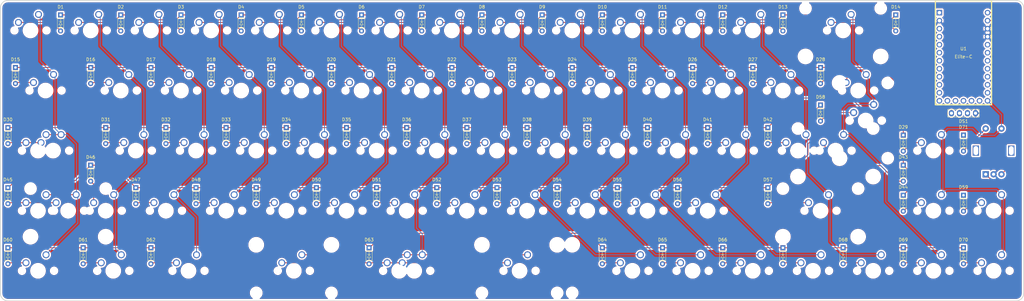
<source format=kicad_pcb>
(kicad_pcb (version 20171130) (host pcbnew "(5.1.12)-1")
  (title_block (title "GanJing 65 rev 2") (date 2021-11-19) (rev 2) (company "Mingze Jin"))
  (layers (0 F.Cu signal) (31 B.Cu signal) (34 B.Paste user) (35 F.Paste user) (36 B.SilkS user) (37 F.SilkS user) (38 B.Mask user) (39 F.Mask user) (44 Edge.Cuts user))
  (net 0 "")
  (net 1 row_1)
  (net 2 "Net-(D1-Pad2)")
  (net 3 "Net-(D2-Pad2)")
  (net 4 "Net-(D3-Pad2)")
  (net 5 "Net-(D4-Pad2)")
  (net 6 "Net-(D5-Pad2)")
  (net 7 "Net-(D6-Pad2)")
  (net 8 "Net-(D7-Pad2)")
  (net 9 "Net-(D8-Pad2)")
  (net 10 "Net-(D9-Pad2)")
  (net 11 "Net-(D10-Pad2)")
  (net 12 "Net-(D11-Pad2)")
  (net 13 "Net-(D12-Pad2)")
  (net 14 "Net-(D13-Pad2)")
  (net 15 "Net-(D14-Pad2)")
  (net 16 row_2)
  (net 17 "Net-(D15-Pad2)")
  (net 18 "Net-(D16-Pad2)")
  (net 19 "Net-(D17-Pad2)")
  (net 20 "Net-(D18-Pad2)")
  (net 21 "Net-(D19-Pad2)")
  (net 22 "Net-(D20-Pad2)")
  (net 23 "Net-(D21-Pad2)")
  (net 24 "Net-(D22-Pad2)")
  (net 25 "Net-(D23-Pad2)")
  (net 26 "Net-(D24-Pad2)")
  (net 27 "Net-(D25-Pad2)")
  (net 28 "Net-(D26-Pad2)")
  (net 29 "Net-(D27-Pad2)")
  (net 30 "Net-(D28-Pad2)")
  (net 31 "Net-(D29-Pad2)")
  (net 32 row_3)
  (net 33 "Net-(D30-Pad2)")
  (net 34 "Net-(D31-Pad2)")
  (net 35 "Net-(D32-Pad2)")
  (net 36 "Net-(D33-Pad2)")
  (net 37 "Net-(D34-Pad2)")
  (net 38 "Net-(D35-Pad2)")
  (net 39 "Net-(D36-Pad2)")
  (net 40 "Net-(D37-Pad2)")
  (net 41 "Net-(D38-Pad2)")
  (net 42 "Net-(D39-Pad2)")
  (net 43 "Net-(D40-Pad2)")
  (net 44 "Net-(D41-Pad2)")
  (net 45 "Net-(D42-Pad2)")
  (net 46 "Net-(D43-Pad2)")
  (net 47 "Net-(D44-Pad2)")
  (net 48 row_4)
  (net 49 "Net-(D45-Pad2)")
  (net 50 "Net-(D46-Pad2)")
  (net 51 "Net-(D47-Pad2)")
  (net 52 "Net-(D48-Pad2)")
  (net 53 "Net-(D49-Pad2)")
  (net 54 "Net-(D50-Pad2)")
  (net 55 "Net-(D51-Pad2)")
  (net 56 "Net-(D52-Pad2)")
  (net 57 "Net-(D53-Pad2)")
  (net 58 "Net-(D54-Pad2)")
  (net 59 "Net-(D55-Pad2)")
  (net 60 "Net-(D56-Pad2)")
  (net 61 "Net-(D57-Pad2)")
  (net 62 "Net-(D58-Pad2)")
  (net 63 "Net-(D59-Pad2)")
  (net 64 row_5)
  (net 65 "Net-(D60-Pad2)")
  (net 66 "Net-(D61-Pad2)")
  (net 67 "Net-(D62-Pad2)")
  (net 68 "Net-(D63-Pad2)")
  (net 69 "Net-(D64-Pad2)")
  (net 70 "Net-(D65-Pad2)")
  (net 71 "Net-(D66-Pad2)")
  (net 72 "Net-(D67-Pad2)")
  (net 73 "Net-(D68-Pad2)")
  (net 74 "Net-(D69-Pad2)")
  (net 75 "Net-(D70-Pad2)")
  (net 76 S2)
  (net 77 VCC)
  (net 78 SDA)
  (net 79 SCL)
  (net 80 GND)
  (net 81 col_1)
  (net 82 col_2)
  (net 83 col_3)
  (net 84 col_4)
  (net 85 col_5)
  (net 86 col_6)
  (net 87 col_7)
  (net 88 col_8)
  (net 89 col_9)
  (net 90 col_10)
  (net 91 col_11)
  (net 92 col_12)
  (net 93 col_13)
  (net 94 col_14)
  (net 95 S1)
  (net 96 rotory_1)
  (net 97 rotory_2)
  (net 98 "Net-(U1-Pad3)")
  (module GanJing_components:MX_ISO_no_LED_flipped_stabs (layer F.Cu) (at 323.85 133.35)
    (fp_text reference MX58)
    (fp_text value MX_ISO_no_LED_flipped_stabs)
    (pad "" np_thru_hole circle (at -5.08 0 48.0996) (size 1.75 1.75) (drill 1.75) (layers *.Cu *.Mask))
    (pad "" np_thru_hole circle (at 6.985 -11.938) (size 3.048 3.048) (drill 3.048) (layers *.Cu *.Mask))
    (pad 2 thru_hole circle (at -3.81 -2.54) (size 2.25 2.25) (drill 1.47) (layers *.Cu B.Mask) (net 62 "Net-(D58-Pad2)"))
    (pad "" np_thru_hole circle (at -8.255 -11.938) (size 3.9878 3.9878) (drill 3.9878) (layers *.Cu *.Mask))
    (pad 1 thru_hole circle (at 2.54 -5.08) (size 2.25 2.25) (drill 1.47) (layers *.Cu B.Mask) (net 94 col_14))
    (pad "" np_thru_hole circle (at -8.255 11.938) (size 3.9878 3.9878) (drill 3.9878) (layers *.Cu *.Mask))
    (pad "" np_thru_hole circle (at 6.985 11.938) (size 3.048 3.048) (drill 3.048) (layers *.Cu *.Mask))
    (pad "" np_thru_hole circle (at 5.08 0 48.0996) (size 1.75 1.75) (drill 1.75) (layers *.Cu *.Mask))
    (pad "" np_thru_hole circle (at 0 0) (size 3.9878 3.9878) (drill 3.9878) (layers *.Cu *.Mask))
  )
  (module GanJing_components:Elite-C (layer F.Cu) (at 354.80625 113.1)
    (fp_text reference U1 (at 0 -2.54) (layer F.SilkS))
    (fp_text value Elite-C (at 0 0) (layer F.SilkS))
    (pad 23 thru_hole circle (at 7.62 -11.43 270) (size 1.7526 1.7526) (drill 1.0922) (layers *.Cu *.Mask) (net 97 rotory_2))
    (pad 17 thru_hole circle (at 7.62 3.81 270) (size 1.7526 1.7526) (drill 1.0922) (layers *.Cu *.Mask) (net 48 row_4))
    (pad 14 thru_hole circle (at 7.62 11.43 270) (size 1.7526 1.7526) (drill 1.0922) (layers *.Cu *.Mask) (net 1 row_1))
    (pad 10 thru_hole circle (at -7.62 8.89 270) (size 1.7526 1.7526) (drill 1.0922) (layers *.Cu *.Mask) (net 87 col_7))
    (pad 27 thru_hole circle (at 0 13.97 270) (size 1.7526 1.7526) (drill 1.0922) (layers *.Cu *.Mask) (net 92 col_12))
    (pad 18 thru_hole circle (at 7.62 1.27 270) (size 1.7526 1.7526) (drill 1.0922) (layers *.Cu *.Mask) (net 64 row_5))
    (pad 7 thru_hole circle (at -7.62 1.27 270) (size 1.7526 1.7526) (drill 1.0922) (layers *.Cu *.Mask) (net 84 col_4))
    (pad 6 thru_hole circle (at -7.62 -1.27 270) (size 1.7526 1.7526) (drill 1.0922) (layers *.Cu *.Mask) (net 83 col_3))
    (pad 9 thru_hole circle (at -7.62 6.35 270) (size 1.7526 1.7526) (drill 1.0922) (layers *.Cu *.Mask) (net 86 col_6))
    (pad 29 thru_hole circle (at 5.08 13.97 270) (size 1.7526 1.7526) (drill 1.0922) (layers *.Cu *.Mask) (net 94 col_14))
    (pad 12 thru_hole circle (at -7.62 13.97 270) (size 1.7526 1.7526) (drill 1.0922) (layers *.Cu *.Mask) (net 89 col_9))
    (pad 22 thru_hole circle (at 7.62 -8.89 270) (size 1.7526 1.7526) (drill 1.0922) (layers *.Cu *.Mask) (net 80 GND))
    (pad 21 thru_hole circle (at 7.62 -6.35 270) (size 1.7526 1.7526) (drill 1.0922) (layers *.Cu *.Mask) (net 80 GND))
    (pad 11 thru_hole circle (at -7.62 11.43 270) (size 1.7526 1.7526) (drill 1.0922) (layers *.Cu *.Mask) (net 88 col_8))
    (pad 20 thru_hole circle (at 7.62 -3.81 270) (size 1.7526 1.7526) (drill 1.0922) (layers *.Cu *.Mask) (net 78 SDA))
    (pad 19 thru_hole circle (at 7.62 -1.27 270) (size 1.7526 1.7526) (drill 1.0922) (layers *.Cu *.Mask) (net 79 SCL))
    (pad 5 thru_hole circle (at -7.62 -3.81 270) (size 1.7526 1.7526) (drill 1.0922) (layers *.Cu *.Mask) (net 82 col_2))
    (pad 16 thru_hole circle (at 7.62 6.35 270) (size 1.7526 1.7526) (drill 1.0922) (layers *.Cu *.Mask) (net 32 row_3))
    (pad 25 thru_hole circle (at -5.08 13.97 270) (size 1.7526 1.7526) (drill 1.0922) (layers *.Cu *.Mask) (net 90 col_10))
    (pad 2 thru_hole circle (at -7.62 -11.43 270) (size 1.7526 1.7526) (drill 1.0922) (layers *.Cu *.Mask) (net 80 GND))
    (pad 26 thru_hole circle (at -2.54 13.97 270) (size 1.7526 1.7526) (drill 1.0922) (layers *.Cu *.Mask) (net 91 col_11))
    (pad 8 thru_hole circle (at -7.62 3.81 270) (size 1.7526 1.7526) (drill 1.0922) (layers *.Cu *.Mask) (net 85 col_5))
    (pad 13 thru_hole circle (at 7.62 13.97 270) (size 1.7526 1.7526) (drill 1.0922) (layers *.Cu *.Mask) (net 95 S1))
    (pad 4 thru_hole circle (at -7.62 -6.35 270) (size 1.7526 1.7526) (drill 1.0922) (layers *.Cu *.Mask) (net 77 VCC))
    (pad 24 thru_hole circle (at 7.62 -13.97 270) (size 1.7526 1.7526) (drill 1.0922) (layers *.Cu *.Mask) (net 96 rotory_1))
    (pad 15 thru_hole circle (at 7.62 8.89 270) (size 1.7526 1.7526) (drill 1.0922) (layers *.Cu *.Mask) (net 16 row_2))
    (pad 1 thru_hole rect (at -7.62 -13.97 270) (size 1.7526 1.7526) (drill 1.0922) (layers *.Cu *.Mask) (net 81 col_1))
    (pad 28 thru_hole circle (at 2.54 13.97 270) (size 1.7526 1.7526) (drill 1.0922) (layers *.Cu *.Mask) (net 93 col_13))
    (pad 3 thru_hole circle (at -7.62 -8.89 270) (size 1.7526 1.7526) (drill 1.0922) (layers *.Cu *.Mask) (net 98 "Net-(U1-Pad3)"))
  )
  (module GanJing_components:EC11_rotary_encoder (layer F.Cu) (at 364.33125 142.875)
    (fp_text reference SW1)
    (fp_text value EC11_rotary_encoder)
    (pad S1 thru_hole circle (at 2.5 -7 90) (size 2 2) (drill 1) (layers *.Cu *.Mask) (net 95 S1))
    (pad B thru_hole circle (at 2.5 7.5 90) (size 2 2) (drill 1) (layers *.Cu *.Mask) (net 97 rotory_2))
    (pad A thru_hole rect (at -2.5 7.5 90) (size 2 2) (drill 1) (layers *.Cu *.Mask) (net 96 rotory_1))
    (pad C thru_hole circle (at 0 7.5 90) (size 2 2) (drill 1) (layers *.Cu *.Mask) (net 80 GND))
    (pad S2 thru_hole circle (at -2.5 -7 90) (size 2 2) (drill 1) (layers *.Cu *.Mask) (net 76 S2))
    (pad "" np_thru_hole rect (at 5.6 0 90) (size 3.2 2) (drill oval 2.8 1.5) (layers *.Cu *.Mask))
    (pad "" np_thru_hole rect (at -5.6 0 90) (size 3.2 2) (drill oval 2.8 1.5) (layers *.Cu *.Mask))
  )
  (module GanJing_components:MX_2.75u_no_LED_flipped_stabs (layer F.Cu) (at 214.3125 180.975)
    (fp_text reference MX75)
    (fp_text value MX_2.75u_no_LED_flipped_stabs)
    (pad "" np_thru_hole circle (at 11.9 -8.24 180) (size 4 4) (drill 4) (layers *.Cu *.Mask))
    (pad "" np_thru_hole circle (at 0 0 180) (size 4 4) (drill 4) (layers *.Cu *.Mask))
    (pad "" np_thru_hole circle (at 5.08 0) (size 1.7 1.7) (drill 1.7) (layers *.Cu *.Mask))
    (pad "" np_thru_hole circle (at -11.9 -8.24 180) (size 4 4) (drill 4) (layers *.Cu *.Mask))
    (pad 2 thru_hole circle (at -3.81 -2.54) (size 2.2 2.2) (drill 1.5) (layers *.Cu *.Mask) (net 68 "Net-(D63-Pad2)"))
    (pad "" np_thru_hole circle (at 11.9 7 180) (size 3.05 3.05) (drill 3.05) (layers *.Cu *.Mask))
    (pad "" np_thru_hole circle (at -5.08 0) (size 1.7 1.7) (drill 1.7) (layers *.Cu *.Mask))
    (pad 1 thru_hole circle (at 2.54 -5.08) (size 2.2 2.2) (drill 1.5) (layers *.Cu *.Mask) (net 87 col_7))
    (pad "" np_thru_hole circle (at -11.9 7 180) (size 3.05 3.05) (drill 3.05) (layers *.Cu *.Mask))
  )
  (module GanJing_components:MX_1.25u_no_LED (layer F.Cu) (at 176.2125 180.975)
    (fp_text reference MX74)
    (fp_text value MX_1.25u_no_LED)
    (pad 2 thru_hole circle (at -3.81 -2.54) (size 2.2 2.2) (drill 1.5) (layers *.Cu *.Mask) (net 68 "Net-(D63-Pad2)"))
    (pad "" np_thru_hole circle (at 5.08 0) (size 1.7 1.7) (drill 1.7) (layers *.Cu *.Mask))
    (pad "" np_thru_hole circle (at 0 0) (size 4 4) (drill 4) (layers *.Cu *.Mask))
    (pad "" np_thru_hole circle (at -5.08 0) (size 1.7 1.7) (drill 1.7) (layers *.Cu *.Mask))
    (pad 1 thru_hole circle (at 2.54 -5.08) (size 2.2 2.2) (drill 1.5) (layers *.Cu *.Mask) (net 87 col_7))
  )
  (module GanJing_components:MX_2.25u_no_LED_flipped_stabs (layer F.Cu) (at 142.875 180.975)
    (fp_text reference MX73)
    (fp_text value MX_2.25u_no_LED_flipped_stabs)
    (pad "" np_thru_hole circle (at 11.9 -8.24 180) (size 4 4) (drill 4) (layers *.Cu *.Mask))
    (pad 1 thru_hole circle (at 2.54 -5.08) (size 2.2 2.2) (drill 1.5) (layers *.Cu *.Mask) (net 87 col_7))
    (pad "" np_thru_hole circle (at 0 0 180) (size 4 4) (drill 4) (layers *.Cu *.Mask))
    (pad "" np_thru_hole circle (at 11.9 7 180) (size 3.05 3.05) (drill 3.05) (layers *.Cu *.Mask))
    (pad "" np_thru_hole circle (at -5.08 0) (size 1.7 1.7) (drill 1.7) (layers *.Cu *.Mask))
    (pad 2 thru_hole circle (at -3.81 -2.54) (size 2.2 2.2) (drill 1.5) (layers *.Cu *.Mask) (net 68 "Net-(D63-Pad2)"))
    (pad "" np_thru_hole circle (at 5.08 0) (size 1.7 1.7) (drill 1.7) (layers *.Cu *.Mask))
    (pad "" np_thru_hole circle (at -11.9 -8.24 180) (size 4 4) (drill 4) (layers *.Cu *.Mask))
    (pad "" np_thru_hole circle (at -11.9 7 180) (size 3.05 3.05) (drill 3.05) (layers *.Cu *.Mask))
  )
  (module GanJing_components:MX_1.25u_no_LED (layer F.Cu) (at 61.9125 161.925)
    (fp_text reference MX72)
    (fp_text value MX_1.25u_no_LED)
    (pad 2 thru_hole circle (at -3.81 -2.54) (size 2.2 2.2) (drill 1.5) (layers *.Cu *.Mask) (net 49 "Net-(D45-Pad2)"))
    (pad "" np_thru_hole circle (at 5.08 0) (size 1.7 1.7) (drill 1.7) (layers *.Cu *.Mask))
    (pad "" np_thru_hole circle (at 0 0) (size 4 4) (drill 4) (layers *.Cu *.Mask))
    (pad "" np_thru_hole circle (at -5.08 0) (size 1.7 1.7) (drill 1.7) (layers *.Cu *.Mask))
    (pad 1 thru_hole circle (at 2.54 -5.08) (size 2.2 2.2) (drill 1.5) (layers *.Cu *.Mask) (net 81 col_1))
  )
  (module GanJing_components:MX_1.75u_stepped_no_LED (layer F.Cu) (at 61.9125 142.875)
    (fp_text reference MX71)
    (fp_text value MX_1.75u_stepped_no_LED)
    (pad 1 thru_hole circle (at 2.54 -5.08) (size 2.2 2.2) (drill 1.5) (layers *.Cu *.Mask) (net 81 col_1))
    (pad "" np_thru_hole circle (at 5.08 0) (size 1.7 1.7) (drill 1.7) (layers *.Cu *.Mask))
    (pad "" np_thru_hole circle (at -5.08 0) (size 1.7 1.7) (drill 1.7) (layers *.Cu *.Mask))
    (pad 2 thru_hole circle (at -3.81 -2.54) (size 2.2 2.2) (drill 1.5) (layers *.Cu *.Mask) (net 33 "Net-(D30-Pad2)"))
    (pad "" np_thru_hole circle (at 0 0) (size 4 4) (drill 4) (layers *.Cu *.Mask))
  )
  (module GanJing_components:MX_1u_no_LED (layer F.Cu) (at 364.33125 180.975)
    (fp_text reference MX70)
    (fp_text value MX_1u_no_LED)
    (pad "" np_thru_hole circle (at 5.08 0) (size 1.7 1.7) (drill 1.7) (layers *.Cu *.Mask))
    (pad 2 thru_hole circle (at -3.81 -2.54) (size 2.2 2.2) (drill 1.5) (layers *.Cu *.Mask) (net 75 "Net-(D70-Pad2)"))
    (pad 1 thru_hole circle (at 2.54 -5.08) (size 2.2 2.2) (drill 1.5) (layers *.Cu *.Mask) (net 95 S1))
    (pad "" np_thru_hole circle (at -5.08 0) (size 1.7 1.7) (drill 1.7) (layers *.Cu *.Mask))
    (pad "" np_thru_hole circle (at 0 0) (size 4 4) (drill 4) (layers *.Cu *.Mask))
  )
  (module GanJing_components:MX_1u_no_LED (layer F.Cu) (at 345.28125 180.975)
    (fp_text reference MX69)
    (fp_text value MX_1u_no_LED)
    (pad "" np_thru_hole circle (at 5.08 0) (size 1.7 1.7) (drill 1.7) (layers *.Cu *.Mask))
    (pad 2 thru_hole circle (at -3.81 -2.54) (size 2.2 2.2) (drill 1.5) (layers *.Cu *.Mask) (net 74 "Net-(D69-Pad2)"))
    (pad 1 thru_hole circle (at 2.54 -5.08) (size 2.2 2.2) (drill 1.5) (layers *.Cu *.Mask) (net 94 col_14))
    (pad "" np_thru_hole circle (at -5.08 0) (size 1.7 1.7) (drill 1.7) (layers *.Cu *.Mask))
    (pad "" np_thru_hole circle (at 0 0) (size 4 4) (drill 4) (layers *.Cu *.Mask))
  )
  (module GanJing_components:MX_1u_no_LED (layer F.Cu) (at 326.23125 180.975)
    (fp_text reference MX68)
    (fp_text value MX_1u_no_LED)
    (pad "" np_thru_hole circle (at 5.08 0) (size 1.7 1.7) (drill 1.7) (layers *.Cu *.Mask))
    (pad 2 thru_hole circle (at -3.81 -2.54) (size 2.2 2.2) (drill 1.5) (layers *.Cu *.Mask) (net 73 "Net-(D68-Pad2)"))
    (pad 1 thru_hole circle (at 2.54 -5.08) (size 2.2 2.2) (drill 1.5) (layers *.Cu *.Mask) (net 93 col_13))
    (pad "" np_thru_hole circle (at -5.08 0) (size 1.7 1.7) (drill 1.7) (layers *.Cu *.Mask))
    (pad "" np_thru_hole circle (at 0 0) (size 4 4) (drill 4) (layers *.Cu *.Mask))
  )
  (module GanJing_components:MX_1u_no_LED (layer F.Cu) (at 307.18125 180.975)
    (fp_text reference MX67)
    (fp_text value MX_1u_no_LED)
    (pad "" np_thru_hole circle (at 5.08 0) (size 1.7 1.7) (drill 1.7) (layers *.Cu *.Mask))
    (pad 2 thru_hole circle (at -3.81 -2.54) (size 2.2 2.2) (drill 1.5) (layers *.Cu *.Mask) (net 72 "Net-(D67-Pad2)"))
    (pad 1 thru_hole circle (at 2.54 -5.08) (size 2.2 2.2) (drill 1.5) (layers *.Cu *.Mask) (net 92 col_12))
    (pad "" np_thru_hole circle (at -5.08 0) (size 1.7 1.7) (drill 1.7) (layers *.Cu *.Mask))
    (pad "" np_thru_hole circle (at 0 0) (size 4 4) (drill 4) (layers *.Cu *.Mask))
  )
  (module GanJing_components:MX_1u_no_LED (layer F.Cu) (at 288.13125 180.975)
    (fp_text reference MX66)
    (fp_text value MX_1u_no_LED)
    (pad "" np_thru_hole circle (at 5.08 0) (size 1.7 1.7) (drill 1.7) (layers *.Cu *.Mask))
    (pad 2 thru_hole circle (at -3.81 -2.54) (size 2.2 2.2) (drill 1.5) (layers *.Cu *.Mask) (net 71 "Net-(D66-Pad2)"))
    (pad 1 thru_hole circle (at 2.54 -5.08) (size 2.2 2.2) (drill 1.5) (layers *.Cu *.Mask) (net 91 col_11))
    (pad "" np_thru_hole circle (at -5.08 0) (size 1.7 1.7) (drill 1.7) (layers *.Cu *.Mask))
    (pad "" np_thru_hole circle (at 0 0) (size 4 4) (drill 4) (layers *.Cu *.Mask))
  )
  (module GanJing_components:MX_1u_no_LED (layer F.Cu) (at 269.08125 180.975)
    (fp_text reference MX65)
    (fp_text value MX_1u_no_LED)
    (pad "" np_thru_hole circle (at 5.08 0) (size 1.7 1.7) (drill 1.7) (layers *.Cu *.Mask))
    (pad 2 thru_hole circle (at -3.81 -2.54) (size 2.2 2.2) (drill 1.5) (layers *.Cu *.Mask) (net 70 "Net-(D65-Pad2)"))
    (pad 1 thru_hole circle (at 2.54 -5.08) (size 2.2 2.2) (drill 1.5) (layers *.Cu *.Mask) (net 90 col_10))
    (pad "" np_thru_hole circle (at -5.08 0) (size 1.7 1.7) (drill 1.7) (layers *.Cu *.Mask))
    (pad "" np_thru_hole circle (at 0 0) (size 4 4) (drill 4) (layers *.Cu *.Mask))
  )
  (module GanJing_components:MX_1u_no_LED (layer F.Cu) (at 250.03125 180.975)
    (fp_text reference MX64)
    (fp_text value MX_1u_no_LED)
    (pad "" np_thru_hole circle (at 5.08 0) (size 1.7 1.7) (drill 1.7) (layers *.Cu *.Mask))
    (pad 2 thru_hole circle (at -3.81 -2.54) (size 2.2 2.2) (drill 1.5) (layers *.Cu *.Mask) (net 69 "Net-(D64-Pad2)"))
    (pad 1 thru_hole circle (at 2.54 -5.08) (size 2.2 2.2) (drill 1.5) (layers *.Cu *.Mask) (net 89 col_9))
    (pad "" np_thru_hole circle (at -5.08 0) (size 1.7 1.7) (drill 1.7) (layers *.Cu *.Mask))
    (pad "" np_thru_hole circle (at 0 0) (size 4 4) (drill 4) (layers *.Cu *.Mask))
  )
  (module GanJing_components:MX_6.25u_no_LED_flipped_stabs (layer F.Cu) (at 180.975 180.975)
    (fp_text reference MX63)
    (fp_text value MX_6.25u_no_LED_flipped_stabs)
    (pad "" np_thru_hole circle (at 0 0) (size 4 4) (drill 4) (layers *.Cu *.Mask))
    (pad "" np_thru_hole circle (at -5.08 0) (size 1.7 1.7) (drill 1.7) (layers *.Cu *.Mask))
    (pad 2 thru_hole circle (at -3.81 -2.54) (size 2.2 2.2) (drill 1.5) (layers *.Cu *.Mask) (net 68 "Net-(D63-Pad2)"))
    (pad 1 thru_hole circle (at 2.54 -5.08) (size 2.2 2.2) (drill 1.5) (layers *.Cu *.Mask) (net 87 col_7))
    (pad "" np_thru_hole circle (at 5.08 0) (size 1.7 1.7) (drill 1.7) (layers *.Cu *.Mask))
    (pad "" np_thru_hole circle (at 49.9999 -8.255) (size 3.9878 3.9878) (drill 3.9878) (layers *.Cu *.Mask))
    (pad "" np_thru_hole circle (at 49.9999 6.985) (size 3.048 3.048) (drill 3.048) (layers *.Cu *.Mask))
    (pad "" np_thru_hole circle (at -49.9999 -8.255) (size 3.9878 3.9878) (drill 3.9878) (layers *.Cu *.Mask))
    (pad "" np_thru_hole circle (at -49.9999 6.985) (size 3.048 3.048) (drill 3.048) (layers *.Cu *.Mask))
  )
  (module GanJing_components:MX_1.25u_no_LED (layer F.Cu) (at 109.5375 180.975)
    (fp_text reference MX62)
    (fp_text value MX_1.25u_no_LED)
    (pad 2 thru_hole circle (at -3.81 -2.54) (size 2.2 2.2) (drill 1.5) (layers *.Cu *.Mask) (net 67 "Net-(D62-Pad2)"))
    (pad "" np_thru_hole circle (at 5.08 0) (size 1.7 1.7) (drill 1.7) (layers *.Cu *.Mask))
    (pad "" np_thru_hole circle (at 0 0) (size 4 4) (drill 4) (layers *.Cu *.Mask))
    (pad "" np_thru_hole circle (at -5.08 0) (size 1.7 1.7) (drill 1.7) (layers *.Cu *.Mask))
    (pad 1 thru_hole circle (at 2.54 -5.08) (size 2.2 2.2) (drill 1.5) (layers *.Cu *.Mask) (net 83 col_3))
  )
  (module GanJing_components:MX_1.25u_no_LED (layer F.Cu) (at 85.725 180.975)
    (fp_text reference MX61)
    (fp_text value MX_1.25u_no_LED)
    (pad 2 thru_hole circle (at -3.81 -2.54) (size 2.2 2.2) (drill 1.5) (layers *.Cu *.Mask) (net 66 "Net-(D61-Pad2)"))
    (pad "" np_thru_hole circle (at 5.08 0) (size 1.7 1.7) (drill 1.7) (layers *.Cu *.Mask))
    (pad "" np_thru_hole circle (at 0 0) (size 4 4) (drill 4) (layers *.Cu *.Mask))
    (pad "" np_thru_hole circle (at -5.08 0) (size 1.7 1.7) (drill 1.7) (layers *.Cu *.Mask))
    (pad 1 thru_hole circle (at 2.54 -5.08) (size 2.2 2.2) (drill 1.5) (layers *.Cu *.Mask) (net 82 col_2))
  )
  (module GanJing_components:MX_1.25u_no_LED (layer F.Cu) (at 61.9125 180.975)
    (fp_text reference MX60)
    (fp_text value MX_1.25u_no_LED)
    (pad 2 thru_hole circle (at -3.81 -2.54) (size 2.2 2.2) (drill 1.5) (layers *.Cu *.Mask) (net 65 "Net-(D60-Pad2)"))
    (pad "" np_thru_hole circle (at 5.08 0) (size 1.7 1.7) (drill 1.7) (layers *.Cu *.Mask))
    (pad "" np_thru_hole circle (at 0 0) (size 4 4) (drill 4) (layers *.Cu *.Mask))
    (pad "" np_thru_hole circle (at -5.08 0) (size 1.7 1.7) (drill 1.7) (layers *.Cu *.Mask))
    (pad 1 thru_hole circle (at 2.54 -5.08) (size 2.2 2.2) (drill 1.5) (layers *.Cu *.Mask) (net 81 col_1))
  )
  (module GanJing_components:MX_1u_no_LED (layer F.Cu) (at 364.33125 161.925)
    (fp_text reference MX59)
    (fp_text value MX_1u_no_LED)
    (pad "" np_thru_hole circle (at 5.08 0) (size 1.7 1.7) (drill 1.7) (layers *.Cu *.Mask))
    (pad 2 thru_hole circle (at -3.81 -2.54) (size 2.2 2.2) (drill 1.5) (layers *.Cu *.Mask) (net 63 "Net-(D59-Pad2)"))
    (pad 1 thru_hole circle (at 2.54 -5.08) (size 2.2 2.2) (drill 1.5) (layers *.Cu *.Mask) (net 95 S1))
    (pad "" np_thru_hole circle (at -5.08 0) (size 1.7 1.7) (drill 1.7) (layers *.Cu *.Mask))
    (pad "" np_thru_hole circle (at 0 0) (size 4 4) (drill 4) (layers *.Cu *.Mask))
  )
  (module GanJing_components:MX_2.75u_no_LED (layer F.Cu) (at 309.5625 161.925)
    (fp_text reference MX57)
    (fp_text value MX_2.75u_no_LED)
    (pad "" np_thru_hole circle (at -11.9 8.24) (size 4 4) (drill 4) (layers *.Cu *.Mask))
    (pad "" np_thru_hole circle (at 11.9 -7) (size 3.05 3.05) (drill 3.05) (layers *.Cu *.Mask))
    (pad 1 thru_hole circle (at 2.54 -5.08) (size 2.2 2.2) (drill 1.5) (layers *.Cu *.Mask) (net 93 col_13))
    (pad "" np_thru_hole circle (at -5.08 0) (size 1.7 1.7) (drill 1.7) (layers *.Cu *.Mask))
    (pad "" np_thru_hole circle (at -11.9 -7) (size 3.05 3.05) (drill 3.05) (layers *.Cu *.Mask))
    (pad "" np_thru_hole circle (at 11.9 8.24) (size 4 4) (drill 4) (layers *.Cu *.Mask))
    (pad "" np_thru_hole circle (at 5.08 0) (size 1.7 1.7) (drill 1.7) (layers *.Cu *.Mask))
    (pad "" np_thru_hole circle (at 0 0) (size 4 4) (drill 4) (layers *.Cu *.Mask))
    (pad 2 thru_hole circle (at -3.81 -2.54) (size 2.2 2.2) (drill 1.5) (layers *.Cu *.Mask) (net 61 "Net-(D57-Pad2)"))
  )
  (module GanJing_components:MX_1u_no_LED (layer F.Cu) (at 273.84375 161.925)
    (fp_text reference MX56)
    (fp_text value MX_1u_no_LED)
    (pad "" np_thru_hole circle (at 5.08 0) (size 1.7 1.7) (drill 1.7) (layers *.Cu *.Mask))
    (pad 2 thru_hole circle (at -3.81 -2.54) (size 2.2 2.2) (drill 1.5) (layers *.Cu *.Mask) (net 60 "Net-(D56-Pad2)"))
    (pad 1 thru_hole circle (at 2.54 -5.08) (size 2.2 2.2) (drill 1.5) (layers *.Cu *.Mask) (net 92 col_12))
    (pad "" np_thru_hole circle (at -5.08 0) (size 1.7 1.7) (drill 1.7) (layers *.Cu *.Mask))
    (pad "" np_thru_hole circle (at 0 0) (size 4 4) (drill 4) (layers *.Cu *.Mask))
  )
  (module GanJing_components:MX_1u_no_LED (layer F.Cu) (at 254.79375 161.925)
    (fp_text reference MX55)
    (fp_text value MX_1u_no_LED)
    (pad "" np_thru_hole circle (at 5.08 0) (size 1.7 1.7) (drill 1.7) (layers *.Cu *.Mask))
    (pad 2 thru_hole circle (at -3.81 -2.54) (size 2.2 2.2) (drill 1.5) (layers *.Cu *.Mask) (net 59 "Net-(D55-Pad2)"))
    (pad 1 thru_hole circle (at 2.54 -5.08) (size 2.2 2.2) (drill 1.5) (layers *.Cu *.Mask) (net 91 col_11))
    (pad "" np_thru_hole circle (at -5.08 0) (size 1.7 1.7) (drill 1.7) (layers *.Cu *.Mask))
    (pad "" np_thru_hole circle (at 0 0) (size 4 4) (drill 4) (layers *.Cu *.Mask))
  )
  (module GanJing_components:MX_1u_no_LED (layer F.Cu) (at 235.74375 161.925)
    (fp_text reference MX54)
    (fp_text value MX_1u_no_LED)
    (pad "" np_thru_hole circle (at 5.08 0) (size 1.7 1.7) (drill 1.7) (layers *.Cu *.Mask))
    (pad 2 thru_hole circle (at -3.81 -2.54) (size 2.2 2.2) (drill 1.5) (layers *.Cu *.Mask) (net 58 "Net-(D54-Pad2)"))
    (pad 1 thru_hole circle (at 2.54 -5.08) (size 2.2 2.2) (drill 1.5) (layers *.Cu *.Mask) (net 90 col_10))
    (pad "" np_thru_hole circle (at -5.08 0) (size 1.7 1.7) (drill 1.7) (layers *.Cu *.Mask))
    (pad "" np_thru_hole circle (at 0 0) (size 4 4) (drill 4) (layers *.Cu *.Mask))
  )
  (module GanJing_components:MX_1u_no_LED (layer F.Cu) (at 216.69375 161.925)
    (fp_text reference MX53)
    (fp_text value MX_1u_no_LED)
    (pad "" np_thru_hole circle (at 5.08 0) (size 1.7 1.7) (drill 1.7) (layers *.Cu *.Mask))
    (pad 2 thru_hole circle (at -3.81 -2.54) (size 2.2 2.2) (drill 1.5) (layers *.Cu *.Mask) (net 57 "Net-(D53-Pad2)"))
    (pad 1 thru_hole circle (at 2.54 -5.08) (size 2.2 2.2) (drill 1.5) (layers *.Cu *.Mask) (net 89 col_9))
    (pad "" np_thru_hole circle (at -5.08 0) (size 1.7 1.7) (drill 1.7) (layers *.Cu *.Mask))
    (pad "" np_thru_hole circle (at 0 0) (size 4 4) (drill 4) (layers *.Cu *.Mask))
  )
  (module GanJing_components:MX_1u_no_LED (layer F.Cu) (at 197.64375 161.925)
    (fp_text reference MX52)
    (fp_text value MX_1u_no_LED)
    (pad "" np_thru_hole circle (at 5.08 0) (size 1.7 1.7) (drill 1.7) (layers *.Cu *.Mask))
    (pad 2 thru_hole circle (at -3.81 -2.54) (size 2.2 2.2) (drill 1.5) (layers *.Cu *.Mask) (net 56 "Net-(D52-Pad2)"))
    (pad 1 thru_hole circle (at 2.54 -5.08) (size 2.2 2.2) (drill 1.5) (layers *.Cu *.Mask) (net 88 col_8))
    (pad "" np_thru_hole circle (at -5.08 0) (size 1.7 1.7) (drill 1.7) (layers *.Cu *.Mask))
    (pad "" np_thru_hole circle (at 0 0) (size 4 4) (drill 4) (layers *.Cu *.Mask))
  )
  (module GanJing_components:MX_1u_no_LED (layer F.Cu) (at 178.59375 161.925)
    (fp_text reference MX51)
    (fp_text value MX_1u_no_LED)
    (pad "" np_thru_hole circle (at 5.08 0) (size 1.7 1.7) (drill 1.7) (layers *.Cu *.Mask))
    (pad 2 thru_hole circle (at -3.81 -2.54) (size 2.2 2.2) (drill 1.5) (layers *.Cu *.Mask) (net 55 "Net-(D51-Pad2)"))
    (pad 1 thru_hole circle (at 2.54 -5.08) (size 2.2 2.2) (drill 1.5) (layers *.Cu *.Mask) (net 87 col_7))
    (pad "" np_thru_hole circle (at -5.08 0) (size 1.7 1.7) (drill 1.7) (layers *.Cu *.Mask))
    (pad "" np_thru_hole circle (at 0 0) (size 4 4) (drill 4) (layers *.Cu *.Mask))
  )
  (module GanJing_components:MX_1u_no_LED (layer F.Cu) (at 159.54375 161.925)
    (fp_text reference MX50)
    (fp_text value MX_1u_no_LED)
    (pad "" np_thru_hole circle (at 5.08 0) (size 1.7 1.7) (drill 1.7) (layers *.Cu *.Mask))
    (pad 2 thru_hole circle (at -3.81 -2.54) (size 2.2 2.2) (drill 1.5) (layers *.Cu *.Mask) (net 54 "Net-(D50-Pad2)"))
    (pad 1 thru_hole circle (at 2.54 -5.08) (size 2.2 2.2) (drill 1.5) (layers *.Cu *.Mask) (net 86 col_6))
    (pad "" np_thru_hole circle (at -5.08 0) (size 1.7 1.7) (drill 1.7) (layers *.Cu *.Mask))
    (pad "" np_thru_hole circle (at 0 0) (size 4 4) (drill 4) (layers *.Cu *.Mask))
  )
  (module GanJing_components:MX_1u_no_LED (layer F.Cu) (at 140.49375 161.925)
    (fp_text reference MX49)
    (fp_text value MX_1u_no_LED)
    (pad "" np_thru_hole circle (at 5.08 0) (size 1.7 1.7) (drill 1.7) (layers *.Cu *.Mask))
    (pad 2 thru_hole circle (at -3.81 -2.54) (size 2.2 2.2) (drill 1.5) (layers *.Cu *.Mask) (net 53 "Net-(D49-Pad2)"))
    (pad 1 thru_hole circle (at 2.54 -5.08) (size 2.2 2.2) (drill 1.5) (layers *.Cu *.Mask) (net 85 col_5))
    (pad "" np_thru_hole circle (at -5.08 0) (size 1.7 1.7) (drill 1.7) (layers *.Cu *.Mask))
    (pad "" np_thru_hole circle (at 0 0) (size 4 4) (drill 4) (layers *.Cu *.Mask))
  )
  (module GanJing_components:MX_1u_no_LED (layer F.Cu) (at 121.44375 161.925)
    (fp_text reference MX48)
    (fp_text value MX_1u_no_LED)
    (pad "" np_thru_hole circle (at 5.08 0) (size 1.7 1.7) (drill 1.7) (layers *.Cu *.Mask))
    (pad 2 thru_hole circle (at -3.81 -2.54) (size 2.2 2.2) (drill 1.5) (layers *.Cu *.Mask) (net 52 "Net-(D48-Pad2)"))
    (pad 1 thru_hole circle (at 2.54 -5.08) (size 2.2 2.2) (drill 1.5) (layers *.Cu *.Mask) (net 84 col_4))
    (pad "" np_thru_hole circle (at -5.08 0) (size 1.7 1.7) (drill 1.7) (layers *.Cu *.Mask))
    (pad "" np_thru_hole circle (at 0 0) (size 4 4) (drill 4) (layers *.Cu *.Mask))
  )
  (module GanJing_components:MX_1u_no_LED (layer F.Cu) (at 102.39375 161.925)
    (fp_text reference MX47)
    (fp_text value MX_1u_no_LED)
    (pad "" np_thru_hole circle (at 5.08 0) (size 1.7 1.7) (drill 1.7) (layers *.Cu *.Mask))
    (pad 2 thru_hole circle (at -3.81 -2.54) (size 2.2 2.2) (drill 1.5) (layers *.Cu *.Mask) (net 51 "Net-(D47-Pad2)"))
    (pad 1 thru_hole circle (at 2.54 -5.08) (size 2.2 2.2) (drill 1.5) (layers *.Cu *.Mask) (net 83 col_3))
    (pad "" np_thru_hole circle (at -5.08 0) (size 1.7 1.7) (drill 1.7) (layers *.Cu *.Mask))
    (pad "" np_thru_hole circle (at 0 0) (size 4 4) (drill 4) (layers *.Cu *.Mask))
  )
  (module GanJing_components:MX_1u_no_LED (layer F.Cu) (at 83.34375 161.925)
    (fp_text reference MX46)
    (fp_text value MX_1u_no_LED)
    (pad "" np_thru_hole circle (at 5.08 0) (size 1.7 1.7) (drill 1.7) (layers *.Cu *.Mask))
    (pad 2 thru_hole circle (at -3.81 -2.54) (size 2.2 2.2) (drill 1.5) (layers *.Cu *.Mask) (net 50 "Net-(D46-Pad2)"))
    (pad 1 thru_hole circle (at 2.54 -5.08) (size 2.2 2.2) (drill 1.5) (layers *.Cu *.Mask) (net 82 col_2))
    (pad "" np_thru_hole circle (at -5.08 0) (size 1.7 1.7) (drill 1.7) (layers *.Cu *.Mask))
    (pad "" np_thru_hole circle (at 0 0) (size 4 4) (drill 4) (layers *.Cu *.Mask))
  )
  (module GanJing_components:MX_2.25u_no_LED (layer F.Cu) (at 71.4375 161.925)
    (fp_text reference MX45)
    (fp_text value MX_2.25u_no_LED)
    (pad 2 thru_hole circle (at -3.81 -2.54) (size 2.2 2.2) (drill 1.5) (layers *.Cu *.Mask) (net 49 "Net-(D45-Pad2)"))
    (pad 1 thru_hole circle (at 2.54 -5.08) (size 2.2 2.2) (drill 1.5) (layers *.Cu *.Mask) (net 81 col_1))
    (pad "" np_thru_hole circle (at -11.9 8.24) (size 4 4) (drill 4) (layers *.Cu *.Mask))
    (pad "" np_thru_hole circle (at -11.9 -7) (size 3.05 3.05) (drill 3.05) (layers *.Cu *.Mask))
    (pad "" np_thru_hole circle (at 11.9 8.24) (size 4 4) (drill 4) (layers *.Cu *.Mask))
    (pad "" np_thru_hole circle (at 11.9 -7) (size 3.05 3.05) (drill 3.05) (layers *.Cu *.Mask))
    (pad "" np_thru_hole circle (at -5.08 0) (size 1.7 1.7) (drill 1.7) (layers *.Cu *.Mask))
    (pad "" np_thru_hole circle (at 5.08 0) (size 1.7 1.7) (drill 1.7) (layers *.Cu *.Mask))
    (pad "" np_thru_hole circle (at 0 0) (size 4 4) (drill 4) (layers *.Cu *.Mask))
  )
  (module GanJing_components:MX_1u_no_LED (layer F.Cu) (at 345.28125 161.925)
    (fp_text reference MX44)
    (fp_text value MX_1u_no_LED)
    (pad "" np_thru_hole circle (at 5.08 0) (size 1.7 1.7) (drill 1.7) (layers *.Cu *.Mask))
    (pad 2 thru_hole circle (at -3.81 -2.54) (size 2.2 2.2) (drill 1.5) (layers *.Cu *.Mask) (net 47 "Net-(D44-Pad2)"))
    (pad 1 thru_hole circle (at 2.54 -5.08) (size 2.2 2.2) (drill 1.5) (layers *.Cu *.Mask) (net 95 S1))
    (pad "" np_thru_hole circle (at -5.08 0) (size 1.7 1.7) (drill 1.7) (layers *.Cu *.Mask))
    (pad "" np_thru_hole circle (at 0 0) (size 4 4) (drill 4) (layers *.Cu *.Mask))
  )
  (module GanJing_components:MX_2.25u_no_LED (layer F.Cu) (at 314.325 142.875)
    (fp_text reference MX43)
    (fp_text value MX_2.25u_no_LED)
    (pad 2 thru_hole circle (at -3.81 -2.54) (size 2.2 2.2) (drill 1.5) (layers *.Cu *.Mask) (net 46 "Net-(D43-Pad2)"))
    (pad 1 thru_hole circle (at 2.54 -5.08) (size 2.2 2.2) (drill 1.5) (layers *.Cu *.Mask) (net 94 col_14))
    (pad "" np_thru_hole circle (at -11.9 8.24) (size 4 4) (drill 4) (layers *.Cu *.Mask))
    (pad "" np_thru_hole circle (at -11.9 -7) (size 3.05 3.05) (drill 3.05) (layers *.Cu *.Mask))
    (pad "" np_thru_hole circle (at 11.9 8.24) (size 4 4) (drill 4) (layers *.Cu *.Mask))
    (pad "" np_thru_hole circle (at 11.9 -7) (size 3.05 3.05) (drill 3.05) (layers *.Cu *.Mask))
    (pad "" np_thru_hole circle (at -5.08 0) (size 1.7 1.7) (drill 1.7) (layers *.Cu *.Mask))
    (pad "" np_thru_hole circle (at 5.08 0) (size 1.7 1.7) (drill 1.7) (layers *.Cu *.Mask))
    (pad "" np_thru_hole circle (at 0 0) (size 4 4) (drill 4) (layers *.Cu *.Mask))
  )
  (module GanJing_components:MX_1u_no_LED (layer F.Cu) (at 302.41875 142.875)
    (fp_text reference MX42)
    (fp_text value MX_1u_no_LED)
    (pad "" np_thru_hole circle (at 5.08 0) (size 1.7 1.7) (drill 1.7) (layers *.Cu *.Mask))
    (pad 2 thru_hole circle (at -3.81 -2.54) (size 2.2 2.2) (drill 1.5) (layers *.Cu *.Mask) (net 45 "Net-(D42-Pad2)"))
    (pad 1 thru_hole circle (at 2.54 -5.08) (size 2.2 2.2) (drill 1.5) (layers *.Cu *.Mask) (net 93 col_13))
    (pad "" np_thru_hole circle (at -5.08 0) (size 1.7 1.7) (drill 1.7) (layers *.Cu *.Mask))
    (pad "" np_thru_hole circle (at 0 0) (size 4 4) (drill 4) (layers *.Cu *.Mask))
  )
  (module GanJing_components:MX_1u_no_LED (layer F.Cu) (at 283.36875 142.875)
    (fp_text reference MX41)
    (fp_text value MX_1u_no_LED)
    (pad "" np_thru_hole circle (at 5.08 0) (size 1.7 1.7) (drill 1.7) (layers *.Cu *.Mask))
    (pad 2 thru_hole circle (at -3.81 -2.54) (size 2.2 2.2) (drill 1.5) (layers *.Cu *.Mask) (net 44 "Net-(D41-Pad2)"))
    (pad 1 thru_hole circle (at 2.54 -5.08) (size 2.2 2.2) (drill 1.5) (layers *.Cu *.Mask) (net 92 col_12))
    (pad "" np_thru_hole circle (at -5.08 0) (size 1.7 1.7) (drill 1.7) (layers *.Cu *.Mask))
    (pad "" np_thru_hole circle (at 0 0) (size 4 4) (drill 4) (layers *.Cu *.Mask))
  )
  (module GanJing_components:MX_1u_no_LED (layer F.Cu) (at 264.31875 142.875)
    (fp_text reference MX40)
    (fp_text value MX_1u_no_LED)
    (pad "" np_thru_hole circle (at 5.08 0) (size 1.7 1.7) (drill 1.7) (layers *.Cu *.Mask))
    (pad 2 thru_hole circle (at -3.81 -2.54) (size 2.2 2.2) (drill 1.5) (layers *.Cu *.Mask) (net 43 "Net-(D40-Pad2)"))
    (pad 1 thru_hole circle (at 2.54 -5.08) (size 2.2 2.2) (drill 1.5) (layers *.Cu *.Mask) (net 91 col_11))
    (pad "" np_thru_hole circle (at -5.08 0) (size 1.7 1.7) (drill 1.7) (layers *.Cu *.Mask))
    (pad "" np_thru_hole circle (at 0 0) (size 4 4) (drill 4) (layers *.Cu *.Mask))
  )
  (module GanJing_components:MX_1u_no_LED (layer F.Cu) (at 245.26875 142.875)
    (fp_text reference MX39)
    (fp_text value MX_1u_no_LED)
    (pad "" np_thru_hole circle (at 5.08 0) (size 1.7 1.7) (drill 1.7) (layers *.Cu *.Mask))
    (pad 2 thru_hole circle (at -3.81 -2.54) (size 2.2 2.2) (drill 1.5) (layers *.Cu *.Mask) (net 42 "Net-(D39-Pad2)"))
    (pad 1 thru_hole circle (at 2.54 -5.08) (size 2.2 2.2) (drill 1.5) (layers *.Cu *.Mask) (net 90 col_10))
    (pad "" np_thru_hole circle (at -5.08 0) (size 1.7 1.7) (drill 1.7) (layers *.Cu *.Mask))
    (pad "" np_thru_hole circle (at 0 0) (size 4 4) (drill 4) (layers *.Cu *.Mask))
  )
  (module GanJing_components:MX_1u_no_LED (layer F.Cu) (at 226.21875 142.875)
    (fp_text reference MX38)
    (fp_text value MX_1u_no_LED)
    (pad "" np_thru_hole circle (at 5.08 0) (size 1.7 1.7) (drill 1.7) (layers *.Cu *.Mask))
    (pad 2 thru_hole circle (at -3.81 -2.54) (size 2.2 2.2) (drill 1.5) (layers *.Cu *.Mask) (net 41 "Net-(D38-Pad2)"))
    (pad 1 thru_hole circle (at 2.54 -5.08) (size 2.2 2.2) (drill 1.5) (layers *.Cu *.Mask) (net 89 col_9))
    (pad "" np_thru_hole circle (at -5.08 0) (size 1.7 1.7) (drill 1.7) (layers *.Cu *.Mask))
    (pad "" np_thru_hole circle (at 0 0) (size 4 4) (drill 4) (layers *.Cu *.Mask))
  )
  (module GanJing_components:MX_1u_no_LED (layer F.Cu) (at 207.16875 142.875)
    (fp_text reference MX37)
    (fp_text value MX_1u_no_LED)
    (pad "" np_thru_hole circle (at 5.08 0) (size 1.7 1.7) (drill 1.7) (layers *.Cu *.Mask))
    (pad 2 thru_hole circle (at -3.81 -2.54) (size 2.2 2.2) (drill 1.5) (layers *.Cu *.Mask) (net 40 "Net-(D37-Pad2)"))
    (pad 1 thru_hole circle (at 2.54 -5.08) (size 2.2 2.2) (drill 1.5) (layers *.Cu *.Mask) (net 88 col_8))
    (pad "" np_thru_hole circle (at -5.08 0) (size 1.7 1.7) (drill 1.7) (layers *.Cu *.Mask))
    (pad "" np_thru_hole circle (at 0 0) (size 4 4) (drill 4) (layers *.Cu *.Mask))
  )
  (module GanJing_components:MX_1u_no_LED (layer F.Cu) (at 188.11875 142.875)
    (fp_text reference MX36)
    (fp_text value MX_1u_no_LED)
    (pad "" np_thru_hole circle (at 5.08 0) (size 1.7 1.7) (drill 1.7) (layers *.Cu *.Mask))
    (pad 2 thru_hole circle (at -3.81 -2.54) (size 2.2 2.2) (drill 1.5) (layers *.Cu *.Mask) (net 39 "Net-(D36-Pad2)"))
    (pad 1 thru_hole circle (at 2.54 -5.08) (size 2.2 2.2) (drill 1.5) (layers *.Cu *.Mask) (net 87 col_7))
    (pad "" np_thru_hole circle (at -5.08 0) (size 1.7 1.7) (drill 1.7) (layers *.Cu *.Mask))
    (pad "" np_thru_hole circle (at 0 0) (size 4 4) (drill 4) (layers *.Cu *.Mask))
  )
  (module GanJing_components:MX_1u_no_LED (layer F.Cu) (at 169.06875 142.875)
    (fp_text reference MX35)
    (fp_text value MX_1u_no_LED)
    (pad "" np_thru_hole circle (at 5.08 0) (size 1.7 1.7) (drill 1.7) (layers *.Cu *.Mask))
    (pad 2 thru_hole circle (at -3.81 -2.54) (size 2.2 2.2) (drill 1.5) (layers *.Cu *.Mask) (net 38 "Net-(D35-Pad2)"))
    (pad 1 thru_hole circle (at 2.54 -5.08) (size 2.2 2.2) (drill 1.5) (layers *.Cu *.Mask) (net 86 col_6))
    (pad "" np_thru_hole circle (at -5.08 0) (size 1.7 1.7) (drill 1.7) (layers *.Cu *.Mask))
    (pad "" np_thru_hole circle (at 0 0) (size 4 4) (drill 4) (layers *.Cu *.Mask))
  )
  (module GanJing_components:MX_1u_no_LED (layer F.Cu) (at 150.01875 142.875)
    (fp_text reference MX34)
    (fp_text value MX_1u_no_LED)
    (pad "" np_thru_hole circle (at 5.08 0) (size 1.7 1.7) (drill 1.7) (layers *.Cu *.Mask))
    (pad 2 thru_hole circle (at -3.81 -2.54) (size 2.2 2.2) (drill 1.5) (layers *.Cu *.Mask) (net 37 "Net-(D34-Pad2)"))
    (pad 1 thru_hole circle (at 2.54 -5.08) (size 2.2 2.2) (drill 1.5) (layers *.Cu *.Mask) (net 85 col_5))
    (pad "" np_thru_hole circle (at -5.08 0) (size 1.7 1.7) (drill 1.7) (layers *.Cu *.Mask))
    (pad "" np_thru_hole circle (at 0 0) (size 4 4) (drill 4) (layers *.Cu *.Mask))
  )
  (module GanJing_components:MX_1u_no_LED (layer F.Cu) (at 130.96875 142.875)
    (fp_text reference MX33)
    (fp_text value MX_1u_no_LED)
    (pad "" np_thru_hole circle (at 5.08 0) (size 1.7 1.7) (drill 1.7) (layers *.Cu *.Mask))
    (pad 2 thru_hole circle (at -3.81 -2.54) (size 2.2 2.2) (drill 1.5) (layers *.Cu *.Mask) (net 36 "Net-(D33-Pad2)"))
    (pad 1 thru_hole circle (at 2.54 -5.08) (size 2.2 2.2) (drill 1.5) (layers *.Cu *.Mask) (net 84 col_4))
    (pad "" np_thru_hole circle (at -5.08 0) (size 1.7 1.7) (drill 1.7) (layers *.Cu *.Mask))
    (pad "" np_thru_hole circle (at 0 0) (size 4 4) (drill 4) (layers *.Cu *.Mask))
  )
  (module GanJing_components:MX_1u_no_LED (layer F.Cu) (at 111.91875 142.875)
    (fp_text reference MX32)
    (fp_text value MX_1u_no_LED)
    (pad "" np_thru_hole circle (at 5.08 0) (size 1.7 1.7) (drill 1.7) (layers *.Cu *.Mask))
    (pad 2 thru_hole circle (at -3.81 -2.54) (size 2.2 2.2) (drill 1.5) (layers *.Cu *.Mask) (net 35 "Net-(D32-Pad2)"))
    (pad 1 thru_hole circle (at 2.54 -5.08) (size 2.2 2.2) (drill 1.5) (layers *.Cu *.Mask) (net 83 col_3))
    (pad "" np_thru_hole circle (at -5.08 0) (size 1.7 1.7) (drill 1.7) (layers *.Cu *.Mask))
    (pad "" np_thru_hole circle (at 0 0) (size 4 4) (drill 4) (layers *.Cu *.Mask))
  )
  (module GanJing_components:MX_1u_no_LED (layer F.Cu) (at 92.86875 142.875)
    (fp_text reference MX31)
    (fp_text value MX_1u_no_LED)
    (pad "" np_thru_hole circle (at 5.08 0) (size 1.7 1.7) (drill 1.7) (layers *.Cu *.Mask))
    (pad 2 thru_hole circle (at -3.81 -2.54) (size 2.2 2.2) (drill 1.5) (layers *.Cu *.Mask) (net 34 "Net-(D31-Pad2)"))
    (pad 1 thru_hole circle (at 2.54 -5.08) (size 2.2 2.2) (drill 1.5) (layers *.Cu *.Mask) (net 82 col_2))
    (pad "" np_thru_hole circle (at -5.08 0) (size 1.7 1.7) (drill 1.7) (layers *.Cu *.Mask))
    (pad "" np_thru_hole circle (at 0 0) (size 4 4) (drill 4) (layers *.Cu *.Mask))
  )
  (module GanJing_components:MX_1.75u_no_LED (layer F.Cu) (at 66.675 142.875)
    (fp_text reference MX30)
    (fp_text value MX_1.75u_no_LED)
    (pad "" np_thru_hole circle (at -5.08 0) (size 1.7 1.7) (drill 1.7) (layers *.Cu *.Mask))
    (pad "" np_thru_hole circle (at 0 0) (size 4 4) (drill 4) (layers *.Cu *.Mask))
    (pad 1 thru_hole circle (at 2.54 -5.08) (size 2.2 2.2) (drill 1.5) (layers *.Cu *.Mask) (net 81 col_1))
    (pad "" np_thru_hole circle (at 5.08 0) (size 1.7 1.7) (drill 1.7) (layers *.Cu *.Mask))
    (pad 2 thru_hole circle (at -3.81 -2.54) (size 2.2 2.2) (drill 1.5) (layers *.Cu *.Mask) (net 33 "Net-(D30-Pad2)"))
  )
  (module GanJing_components:MX_1u_no_LED (layer F.Cu) (at 345.28125 142.875)
    (fp_text reference MX29)
    (fp_text value MX_1u_no_LED)
    (pad "" np_thru_hole circle (at 5.08 0) (size 1.7 1.7) (drill 1.7) (layers *.Cu *.Mask))
    (pad 2 thru_hole circle (at -3.81 -2.54) (size 2.2 2.2) (drill 1.5) (layers *.Cu *.Mask) (net 31 "Net-(D29-Pad2)"))
    (pad 1 thru_hole circle (at 2.54 -5.08) (size 2.2 2.2) (drill 1.5) (layers *.Cu *.Mask) (net 95 S1))
    (pad "" np_thru_hole circle (at -5.08 0) (size 1.7 1.7) (drill 1.7) (layers *.Cu *.Mask))
    (pad "" np_thru_hole circle (at 0 0) (size 4 4) (drill 4) (layers *.Cu *.Mask))
  )
  (module GanJing_components:MX_1.5u_no_LED (layer F.Cu) (at 321.46875 123.825)
    (fp_text reference MX28)
    (fp_text value MX_1.5u_no_LED)
    (pad 1 thru_hole circle (at 2.54 -5.08) (size 2.2 2.2) (drill 1.5) (layers *.Cu *.Mask) (net 94 col_14))
    (pad "" np_thru_hole circle (at 0 0) (size 4 4) (drill 4) (layers *.Cu *.Mask))
    (pad 2 thru_hole circle (at -3.81 -2.54) (size 2.2 2.2) (drill 1.5) (layers *.Cu *.Mask) (net 30 "Net-(D28-Pad2)"))
    (pad "" np_thru_hole circle (at -5.08 0) (size 1.7 1.7) (drill 1.7) (layers *.Cu *.Mask))
    (pad "" np_thru_hole circle (at 5.08 0) (size 1.7 1.7) (drill 1.7) (layers *.Cu *.Mask))
  )
  (module GanJing_components:MX_1u_no_LED (layer F.Cu) (at 297.65625 123.825)
    (fp_text reference MX27)
    (fp_text value MX_1u_no_LED)
    (pad "" np_thru_hole circle (at 5.08 0) (size 1.7 1.7) (drill 1.7) (layers *.Cu *.Mask))
    (pad 2 thru_hole circle (at -3.81 -2.54) (size 2.2 2.2) (drill 1.5) (layers *.Cu *.Mask) (net 29 "Net-(D27-Pad2)"))
    (pad 1 thru_hole circle (at 2.54 -5.08) (size 2.2 2.2) (drill 1.5) (layers *.Cu *.Mask) (net 93 col_13))
    (pad "" np_thru_hole circle (at -5.08 0) (size 1.7 1.7) (drill 1.7) (layers *.Cu *.Mask))
    (pad "" np_thru_hole circle (at 0 0) (size 4 4) (drill 4) (layers *.Cu *.Mask))
  )
  (module GanJing_components:MX_1u_no_LED (layer F.Cu) (at 278.60625 123.825)
    (fp_text reference MX26)
    (fp_text value MX_1u_no_LED)
    (pad "" np_thru_hole circle (at 5.08 0) (size 1.7 1.7) (drill 1.7) (layers *.Cu *.Mask))
    (pad 2 thru_hole circle (at -3.81 -2.54) (size 2.2 2.2) (drill 1.5) (layers *.Cu *.Mask) (net 28 "Net-(D26-Pad2)"))
    (pad 1 thru_hole circle (at 2.54 -5.08) (size 2.2 2.2) (drill 1.5) (layers *.Cu *.Mask) (net 92 col_12))
    (pad "" np_thru_hole circle (at -5.08 0) (size 1.7 1.7) (drill 1.7) (layers *.Cu *.Mask))
    (pad "" np_thru_hole circle (at 0 0) (size 4 4) (drill 4) (layers *.Cu *.Mask))
  )
  (module GanJing_components:MX_1u_no_LED (layer F.Cu) (at 259.55625 123.825)
    (fp_text reference MX25)
    (fp_text value MX_1u_no_LED)
    (pad "" np_thru_hole circle (at 5.08 0) (size 1.7 1.7) (drill 1.7) (layers *.Cu *.Mask))
    (pad 2 thru_hole circle (at -3.81 -2.54) (size 2.2 2.2) (drill 1.5) (layers *.Cu *.Mask) (net 27 "Net-(D25-Pad2)"))
    (pad 1 thru_hole circle (at 2.54 -5.08) (size 2.2 2.2) (drill 1.5) (layers *.Cu *.Mask) (net 91 col_11))
    (pad "" np_thru_hole circle (at -5.08 0) (size 1.7 1.7) (drill 1.7) (layers *.Cu *.Mask))
    (pad "" np_thru_hole circle (at 0 0) (size 4 4) (drill 4) (layers *.Cu *.Mask))
  )
  (module GanJing_components:MX_1u_no_LED (layer F.Cu) (at 240.50625 123.825)
    (fp_text reference MX24)
    (fp_text value MX_1u_no_LED)
    (pad "" np_thru_hole circle (at 5.08 0) (size 1.7 1.7) (drill 1.7) (layers *.Cu *.Mask))
    (pad 2 thru_hole circle (at -3.81 -2.54) (size 2.2 2.2) (drill 1.5) (layers *.Cu *.Mask) (net 26 "Net-(D24-Pad2)"))
    (pad 1 thru_hole circle (at 2.54 -5.08) (size 2.2 2.2) (drill 1.5) (layers *.Cu *.Mask) (net 90 col_10))
    (pad "" np_thru_hole circle (at -5.08 0) (size 1.7 1.7) (drill 1.7) (layers *.Cu *.Mask))
    (pad "" np_thru_hole circle (at 0 0) (size 4 4) (drill 4) (layers *.Cu *.Mask))
  )
  (module GanJing_components:MX_1u_no_LED (layer F.Cu) (at 221.45625 123.825)
    (fp_text reference MX23)
    (fp_text value MX_1u_no_LED)
    (pad "" np_thru_hole circle (at 5.08 0) (size 1.7 1.7) (drill 1.7) (layers *.Cu *.Mask))
    (pad 2 thru_hole circle (at -3.81 -2.54) (size 2.2 2.2) (drill 1.5) (layers *.Cu *.Mask) (net 25 "Net-(D23-Pad2)"))
    (pad 1 thru_hole circle (at 2.54 -5.08) (size 2.2 2.2) (drill 1.5) (layers *.Cu *.Mask) (net 89 col_9))
    (pad "" np_thru_hole circle (at -5.08 0) (size 1.7 1.7) (drill 1.7) (layers *.Cu *.Mask))
    (pad "" np_thru_hole circle (at 0 0) (size 4 4) (drill 4) (layers *.Cu *.Mask))
  )
  (module GanJing_components:MX_1u_no_LED (layer F.Cu) (at 202.40625 123.825)
    (fp_text reference MX22)
    (fp_text value MX_1u_no_LED)
    (pad "" np_thru_hole circle (at 5.08 0) (size 1.7 1.7) (drill 1.7) (layers *.Cu *.Mask))
    (pad 2 thru_hole circle (at -3.81 -2.54) (size 2.2 2.2) (drill 1.5) (layers *.Cu *.Mask) (net 24 "Net-(D22-Pad2)"))
    (pad 1 thru_hole circle (at 2.54 -5.08) (size 2.2 2.2) (drill 1.5) (layers *.Cu *.Mask) (net 88 col_8))
    (pad "" np_thru_hole circle (at -5.08 0) (size 1.7 1.7) (drill 1.7) (layers *.Cu *.Mask))
    (pad "" np_thru_hole circle (at 0 0) (size 4 4) (drill 4) (layers *.Cu *.Mask))
  )
  (module GanJing_components:MX_1u_no_LED (layer F.Cu) (at 183.35625 123.825)
    (fp_text reference MX21)
    (fp_text value MX_1u_no_LED)
    (pad "" np_thru_hole circle (at 5.08 0) (size 1.7 1.7) (drill 1.7) (layers *.Cu *.Mask))
    (pad 2 thru_hole circle (at -3.81 -2.54) (size 2.2 2.2) (drill 1.5) (layers *.Cu *.Mask) (net 23 "Net-(D21-Pad2)"))
    (pad 1 thru_hole circle (at 2.54 -5.08) (size 2.2 2.2) (drill 1.5) (layers *.Cu *.Mask) (net 87 col_7))
    (pad "" np_thru_hole circle (at -5.08 0) (size 1.7 1.7) (drill 1.7) (layers *.Cu *.Mask))
    (pad "" np_thru_hole circle (at 0 0) (size 4 4) (drill 4) (layers *.Cu *.Mask))
  )
  (module GanJing_components:MX_1u_no_LED (layer F.Cu) (at 164.30625 123.825)
    (fp_text reference MX20)
    (fp_text value MX_1u_no_LED)
    (pad "" np_thru_hole circle (at 5.08 0) (size 1.7 1.7) (drill 1.7) (layers *.Cu *.Mask))
    (pad 2 thru_hole circle (at -3.81 -2.54) (size 2.2 2.2) (drill 1.5) (layers *.Cu *.Mask) (net 22 "Net-(D20-Pad2)"))
    (pad 1 thru_hole circle (at 2.54 -5.08) (size 2.2 2.2) (drill 1.5) (layers *.Cu *.Mask) (net 86 col_6))
    (pad "" np_thru_hole circle (at -5.08 0) (size 1.7 1.7) (drill 1.7) (layers *.Cu *.Mask))
    (pad "" np_thru_hole circle (at 0 0) (size 4 4) (drill 4) (layers *.Cu *.Mask))
  )
  (module GanJing_components:MX_1u_no_LED (layer F.Cu) (at 145.25625 123.825)
    (fp_text reference MX19)
    (fp_text value MX_1u_no_LED)
    (pad "" np_thru_hole circle (at 5.08 0) (size 1.7 1.7) (drill 1.7) (layers *.Cu *.Mask))
    (pad 2 thru_hole circle (at -3.81 -2.54) (size 2.2 2.2) (drill 1.5) (layers *.Cu *.Mask) (net 21 "Net-(D19-Pad2)"))
    (pad 1 thru_hole circle (at 2.54 -5.08) (size 2.2 2.2) (drill 1.5) (layers *.Cu *.Mask) (net 85 col_5))
    (pad "" np_thru_hole circle (at -5.08 0) (size 1.7 1.7) (drill 1.7) (layers *.Cu *.Mask))
    (pad "" np_thru_hole circle (at 0 0) (size 4 4) (drill 4) (layers *.Cu *.Mask))
  )
  (module GanJing_components:MX_1u_no_LED (layer F.Cu) (at 126.20625 123.825)
    (fp_text reference MX18)
    (fp_text value MX_1u_no_LED)
    (pad "" np_thru_hole circle (at 5.08 0) (size 1.7 1.7) (drill 1.7) (layers *.Cu *.Mask))
    (pad 2 thru_hole circle (at -3.81 -2.54) (size 2.2 2.2) (drill 1.5) (layers *.Cu *.Mask) (net 20 "Net-(D18-Pad2)"))
    (pad 1 thru_hole circle (at 2.54 -5.08) (size 2.2 2.2) (drill 1.5) (layers *.Cu *.Mask) (net 84 col_4))
    (pad "" np_thru_hole circle (at -5.08 0) (size 1.7 1.7) (drill 1.7) (layers *.Cu *.Mask))
    (pad "" np_thru_hole circle (at 0 0) (size 4 4) (drill 4) (layers *.Cu *.Mask))
  )
  (module GanJing_components:MX_1u_no_LED (layer F.Cu) (at 107.15625 123.825)
    (fp_text reference MX17)
    (fp_text value MX_1u_no_LED)
    (pad "" np_thru_hole circle (at 5.08 0) (size 1.7 1.7) (drill 1.7) (layers *.Cu *.Mask))
    (pad 2 thru_hole circle (at -3.81 -2.54) (size 2.2 2.2) (drill 1.5) (layers *.Cu *.Mask) (net 19 "Net-(D17-Pad2)"))
    (pad 1 thru_hole circle (at 2.54 -5.08) (size 2.2 2.2) (drill 1.5) (layers *.Cu *.Mask) (net 83 col_3))
    (pad "" np_thru_hole circle (at -5.08 0) (size 1.7 1.7) (drill 1.7) (layers *.Cu *.Mask))
    (pad "" np_thru_hole circle (at 0 0) (size 4 4) (drill 4) (layers *.Cu *.Mask))
  )
  (module GanJing_components:MX_1u_no_LED (layer F.Cu) (at 88.10625 123.825)
    (fp_text reference MX16)
    (fp_text value MX_1u_no_LED)
    (pad "" np_thru_hole circle (at 5.08 0) (size 1.7 1.7) (drill 1.7) (layers *.Cu *.Mask))
    (pad 2 thru_hole circle (at -3.81 -2.54) (size 2.2 2.2) (drill 1.5) (layers *.Cu *.Mask) (net 18 "Net-(D16-Pad2)"))
    (pad 1 thru_hole circle (at 2.54 -5.08) (size 2.2 2.2) (drill 1.5) (layers *.Cu *.Mask) (net 82 col_2))
    (pad "" np_thru_hole circle (at -5.08 0) (size 1.7 1.7) (drill 1.7) (layers *.Cu *.Mask))
    (pad "" np_thru_hole circle (at 0 0) (size 4 4) (drill 4) (layers *.Cu *.Mask))
  )
  (module GanJing_components:MX_1.5u_no_LED (layer F.Cu) (at 64.29375 123.825)
    (fp_text reference MX15)
    (fp_text value MX_1.5u_no_LED)
    (pad 1 thru_hole circle (at 2.54 -5.08) (size 2.2 2.2) (drill 1.5) (layers *.Cu *.Mask) (net 81 col_1))
    (pad "" np_thru_hole circle (at 0 0) (size 4 4) (drill 4) (layers *.Cu *.Mask))
    (pad 2 thru_hole circle (at -3.81 -2.54) (size 2.2 2.2) (drill 1.5) (layers *.Cu *.Mask) (net 17 "Net-(D15-Pad2)"))
    (pad "" np_thru_hole circle (at -5.08 0) (size 1.7 1.7) (drill 1.7) (layers *.Cu *.Mask))
    (pad "" np_thru_hole circle (at 5.08 0) (size 1.7 1.7) (drill 1.7) (layers *.Cu *.Mask))
  )
  (module GanJing_components:MX_2u_no_LED (layer F.Cu) (at 316.70625 104.775)
    (fp_text reference MX14)
    (fp_text value MX_2u_no_LED)
    (pad 1 thru_hole circle (at 2.54 -5.08) (size 2.2 2.2) (drill 1.5) (layers *.Cu *.Mask) (net 94 col_14))
    (pad "" np_thru_hole circle (at -11.9 8.24) (size 4 4) (drill 4) (layers *.Cu *.Mask))
    (pad "" np_thru_hole circle (at -5.08 0) (size 1.7 1.7) (drill 1.7) (layers *.Cu *.Mask))
    (pad "" np_thru_hole circle (at -11.9 -7) (size 3.05 3.05) (drill 3.05) (layers *.Cu *.Mask))
    (pad "" np_thru_hole circle (at 0 0) (size 4 4) (drill 4) (layers *.Cu *.Mask))
    (pad "" np_thru_hole circle (at 11.9 -7) (size 3.05 3.05) (drill 3.05) (layers *.Cu *.Mask))
    (pad "" np_thru_hole circle (at 11.9 8.24) (size 4 4) (drill 4) (layers *.Cu *.Mask))
    (pad "" np_thru_hole circle (at 5.08 0) (size 1.7 1.7) (drill 1.7) (layers *.Cu *.Mask))
    (pad 2 thru_hole circle (at -3.81 -2.54) (size 2.2 2.2) (drill 1.5) (layers *.Cu *.Mask) (net 15 "Net-(D14-Pad2)"))
  )
  (module GanJing_components:MX_1u_no_LED (layer F.Cu) (at 288.13125 104.775)
    (fp_text reference MX13)
    (fp_text value MX_1u_no_LED)
    (pad "" np_thru_hole circle (at 5.08 0) (size 1.7 1.7) (drill 1.7) (layers *.Cu *.Mask))
    (pad 2 thru_hole circle (at -3.81 -2.54) (size 2.2 2.2) (drill 1.5) (layers *.Cu *.Mask) (net 14 "Net-(D13-Pad2)"))
    (pad 1 thru_hole circle (at 2.54 -5.08) (size 2.2 2.2) (drill 1.5) (layers *.Cu *.Mask) (net 93 col_13))
    (pad "" np_thru_hole circle (at -5.08 0) (size 1.7 1.7) (drill 1.7) (layers *.Cu *.Mask))
    (pad "" np_thru_hole circle (at 0 0) (size 4 4) (drill 4) (layers *.Cu *.Mask))
  )
  (module GanJing_components:MX_1u_no_LED (layer F.Cu) (at 269.08125 104.775)
    (fp_text reference MX12)
    (fp_text value MX_1u_no_LED)
    (pad "" np_thru_hole circle (at 5.08 0) (size 1.7 1.7) (drill 1.7) (layers *.Cu *.Mask))
    (pad 2 thru_hole circle (at -3.81 -2.54) (size 2.2 2.2) (drill 1.5) (layers *.Cu *.Mask) (net 13 "Net-(D12-Pad2)"))
    (pad 1 thru_hole circle (at 2.54 -5.08) (size 2.2 2.2) (drill 1.5) (layers *.Cu *.Mask) (net 92 col_12))
    (pad "" np_thru_hole circle (at -5.08 0) (size 1.7 1.7) (drill 1.7) (layers *.Cu *.Mask))
    (pad "" np_thru_hole circle (at 0 0) (size 4 4) (drill 4) (layers *.Cu *.Mask))
  )
  (module GanJing_components:MX_1u_no_LED (layer F.Cu) (at 250.03125 104.775)
    (fp_text reference MX11)
    (fp_text value MX_1u_no_LED)
    (pad "" np_thru_hole circle (at 5.08 0) (size 1.7 1.7) (drill 1.7) (layers *.Cu *.Mask))
    (pad 2 thru_hole circle (at -3.81 -2.54) (size 2.2 2.2) (drill 1.5) (layers *.Cu *.Mask) (net 12 "Net-(D11-Pad2)"))
    (pad 1 thru_hole circle (at 2.54 -5.08) (size 2.2 2.2) (drill 1.5) (layers *.Cu *.Mask) (net 91 col_11))
    (pad "" np_thru_hole circle (at -5.08 0) (size 1.7 1.7) (drill 1.7) (layers *.Cu *.Mask))
    (pad "" np_thru_hole circle (at 0 0) (size 4 4) (drill 4) (layers *.Cu *.Mask))
  )
  (module GanJing_components:MX_1u_no_LED (layer F.Cu) (at 230.98125 104.775)
    (fp_text reference MX10)
    (fp_text value MX_1u_no_LED)
    (pad "" np_thru_hole circle (at 5.08 0) (size 1.7 1.7) (drill 1.7) (layers *.Cu *.Mask))
    (pad 2 thru_hole circle (at -3.81 -2.54) (size 2.2 2.2) (drill 1.5) (layers *.Cu *.Mask) (net 11 "Net-(D10-Pad2)"))
    (pad 1 thru_hole circle (at 2.54 -5.08) (size 2.2 2.2) (drill 1.5) (layers *.Cu *.Mask) (net 90 col_10))
    (pad "" np_thru_hole circle (at -5.08 0) (size 1.7 1.7) (drill 1.7) (layers *.Cu *.Mask))
    (pad "" np_thru_hole circle (at 0 0) (size 4 4) (drill 4) (layers *.Cu *.Mask))
  )
  (module GanJing_components:MX_1u_no_LED (layer F.Cu) (at 211.93125 104.775)
    (fp_text reference MX9)
    (fp_text value MX_1u_no_LED)
    (pad "" np_thru_hole circle (at 5.08 0) (size 1.7 1.7) (drill 1.7) (layers *.Cu *.Mask))
    (pad 2 thru_hole circle (at -3.81 -2.54) (size 2.2 2.2) (drill 1.5) (layers *.Cu *.Mask) (net 10 "Net-(D9-Pad2)"))
    (pad 1 thru_hole circle (at 2.54 -5.08) (size 2.2 2.2) (drill 1.5) (layers *.Cu *.Mask) (net 89 col_9))
    (pad "" np_thru_hole circle (at -5.08 0) (size 1.7 1.7) (drill 1.7) (layers *.Cu *.Mask))
    (pad "" np_thru_hole circle (at 0 0) (size 4 4) (drill 4) (layers *.Cu *.Mask))
  )
  (module GanJing_components:MX_1u_no_LED (layer F.Cu) (at 192.88125 104.775)
    (fp_text reference MX8)
    (fp_text value MX_1u_no_LED)
    (pad "" np_thru_hole circle (at 5.08 0) (size 1.7 1.7) (drill 1.7) (layers *.Cu *.Mask))
    (pad 2 thru_hole circle (at -3.81 -2.54) (size 2.2 2.2) (drill 1.5) (layers *.Cu *.Mask) (net 9 "Net-(D8-Pad2)"))
    (pad 1 thru_hole circle (at 2.54 -5.08) (size 2.2 2.2) (drill 1.5) (layers *.Cu *.Mask) (net 88 col_8))
    (pad "" np_thru_hole circle (at -5.08 0) (size 1.7 1.7) (drill 1.7) (layers *.Cu *.Mask))
    (pad "" np_thru_hole circle (at 0 0) (size 4 4) (drill 4) (layers *.Cu *.Mask))
  )
  (module GanJing_components:MX_1u_no_LED (layer F.Cu) (at 173.83125 104.775)
    (fp_text reference MX7)
    (fp_text value MX_1u_no_LED)
    (pad "" np_thru_hole circle (at 5.08 0) (size 1.7 1.7) (drill 1.7) (layers *.Cu *.Mask))
    (pad 2 thru_hole circle (at -3.81 -2.54) (size 2.2 2.2) (drill 1.5) (layers *.Cu *.Mask) (net 8 "Net-(D7-Pad2)"))
    (pad 1 thru_hole circle (at 2.54 -5.08) (size 2.2 2.2) (drill 1.5) (layers *.Cu *.Mask) (net 87 col_7))
    (pad "" np_thru_hole circle (at -5.08 0) (size 1.7 1.7) (drill 1.7) (layers *.Cu *.Mask))
    (pad "" np_thru_hole circle (at 0 0) (size 4 4) (drill 4) (layers *.Cu *.Mask))
  )
  (module GanJing_components:MX_1u_no_LED (layer F.Cu) (at 154.78125 104.775)
    (fp_text reference MX6)
    (fp_text value MX_1u_no_LED)
    (pad "" np_thru_hole circle (at 5.08 0) (size 1.7 1.7) (drill 1.7) (layers *.Cu *.Mask))
    (pad 2 thru_hole circle (at -3.81 -2.54) (size 2.2 2.2) (drill 1.5) (layers *.Cu *.Mask) (net 7 "Net-(D6-Pad2)"))
    (pad 1 thru_hole circle (at 2.54 -5.08) (size 2.2 2.2) (drill 1.5) (layers *.Cu *.Mask) (net 86 col_6))
    (pad "" np_thru_hole circle (at -5.08 0) (size 1.7 1.7) (drill 1.7) (layers *.Cu *.Mask))
    (pad "" np_thru_hole circle (at 0 0) (size 4 4) (drill 4) (layers *.Cu *.Mask))
  )
  (module GanJing_components:MX_1u_no_LED (layer F.Cu) (at 135.73125 104.775)
    (fp_text reference MX5)
    (fp_text value MX_1u_no_LED)
    (pad "" np_thru_hole circle (at 5.08 0) (size 1.7 1.7) (drill 1.7) (layers *.Cu *.Mask))
    (pad 2 thru_hole circle (at -3.81 -2.54) (size 2.2 2.2) (drill 1.5) (layers *.Cu *.Mask) (net 6 "Net-(D5-Pad2)"))
    (pad 1 thru_hole circle (at 2.54 -5.08) (size 2.2 2.2) (drill 1.5) (layers *.Cu *.Mask) (net 85 col_5))
    (pad "" np_thru_hole circle (at -5.08 0) (size 1.7 1.7) (drill 1.7) (layers *.Cu *.Mask))
    (pad "" np_thru_hole circle (at 0 0) (size 4 4) (drill 4) (layers *.Cu *.Mask))
  )
  (module GanJing_components:MX_1u_no_LED (layer F.Cu) (at 116.68125 104.775)
    (fp_text reference MX4)
    (fp_text value MX_1u_no_LED)
    (pad "" np_thru_hole circle (at 5.08 0) (size 1.7 1.7) (drill 1.7) (layers *.Cu *.Mask))
    (pad 2 thru_hole circle (at -3.81 -2.54) (size 2.2 2.2) (drill 1.5) (layers *.Cu *.Mask) (net 5 "Net-(D4-Pad2)"))
    (pad 1 thru_hole circle (at 2.54 -5.08) (size 2.2 2.2) (drill 1.5) (layers *.Cu *.Mask) (net 84 col_4))
    (pad "" np_thru_hole circle (at -5.08 0) (size 1.7 1.7) (drill 1.7) (layers *.Cu *.Mask))
    (pad "" np_thru_hole circle (at 0 0) (size 4 4) (drill 4) (layers *.Cu *.Mask))
  )
  (module GanJing_components:MX_1u_no_LED (layer F.Cu) (at 97.63125 104.775)
    (fp_text reference MX3)
    (fp_text value MX_1u_no_LED)
    (pad "" np_thru_hole circle (at 5.08 0) (size 1.7 1.7) (drill 1.7) (layers *.Cu *.Mask))
    (pad 2 thru_hole circle (at -3.81 -2.54) (size 2.2 2.2) (drill 1.5) (layers *.Cu *.Mask) (net 4 "Net-(D3-Pad2)"))
    (pad 1 thru_hole circle (at 2.54 -5.08) (size 2.2 2.2) (drill 1.5) (layers *.Cu *.Mask) (net 83 col_3))
    (pad "" np_thru_hole circle (at -5.08 0) (size 1.7 1.7) (drill 1.7) (layers *.Cu *.Mask))
    (pad "" np_thru_hole circle (at 0 0) (size 4 4) (drill 4) (layers *.Cu *.Mask))
  )
  (module GanJing_components:MX_1u_no_LED (layer F.Cu) (at 78.58125 104.775)
    (fp_text reference MX2)
    (fp_text value MX_1u_no_LED)
    (pad "" np_thru_hole circle (at 5.08 0) (size 1.7 1.7) (drill 1.7) (layers *.Cu *.Mask))
    (pad 2 thru_hole circle (at -3.81 -2.54) (size 2.2 2.2) (drill 1.5) (layers *.Cu *.Mask) (net 3 "Net-(D2-Pad2)"))
    (pad 1 thru_hole circle (at 2.54 -5.08) (size 2.2 2.2) (drill 1.5) (layers *.Cu *.Mask) (net 82 col_2))
    (pad "" np_thru_hole circle (at -5.08 0) (size 1.7 1.7) (drill 1.7) (layers *.Cu *.Mask))
    (pad "" np_thru_hole circle (at 0 0) (size 4 4) (drill 4) (layers *.Cu *.Mask))
  )
  (module GanJing_components:MX_1u_no_LED (layer F.Cu) (at 59.53125 104.775)
    (fp_text reference MX1)
    (fp_text value MX_1u_no_LED)
    (pad "" np_thru_hole circle (at 5.08 0) (size 1.7 1.7) (drill 1.7) (layers *.Cu *.Mask))
    (pad 2 thru_hole circle (at -3.81 -2.54) (size 2.2 2.2) (drill 1.5) (layers *.Cu *.Mask) (net 2 "Net-(D1-Pad2)"))
    (pad 1 thru_hole circle (at 2.54 -5.08) (size 2.2 2.2) (drill 1.5) (layers *.Cu *.Mask) (net 81 col_1))
    (pad "" np_thru_hole circle (at -5.08 0) (size 1.7 1.7) (drill 1.7) (layers *.Cu *.Mask))
    (pad "" np_thru_hole circle (at 0 0) (size 4 4) (drill 4) (layers *.Cu *.Mask))
  )
  (module GanJing_components:SSD1306_128x64_OLED (layer F.Cu) (at 354.80625 119.0625)
    (fp_text reference DS1 (at 0 14.5 180) (layer F.SilkS))
    (fp_text value SSD1306_128x64_OLED)
    (pad 1 thru_hole oval (at 3.81 11.95 270) (size 2 1.6) (drill 1) (layers *.Cu *.Mask) (net 80 GND))
    (pad 3 thru_hole oval (at -1.27 11.95 270) (size 2 1.6) (drill 1) (layers *.Cu *.Mask) (net 79 SCL))
    (pad 4 thru_hole oval (at -3.81 11.95 270) (size 2 1.6) (drill 1) (layers *.Cu *.Mask) (net 78 SDA))
    (pad 2 thru_hole oval (at 1.27 11.95 270) (size 2 1.6) (drill 1) (layers *.Cu *.Mask) (net 77 VCC))
  )
  (module GanJing_components:1N4148TR_diode (layer F.Cu) (at 354.80625 140.49375)
    (fp_text reference D71 (at 0 -5.08) (layer F.SilkS))
    (fp_text value 1N4148TR_diode hide)
    (pad 2 thru_hole oval (at 0 2.54 270) (size 1.6 1.6) (drill 0.8) (layers *.Cu *.Mask) (net 76 S2))
    (pad 1 thru_hole rect (at 0 -2.54 270) (size 1.6 1.6) (drill 0.8) (layers *.Cu *.Mask) (net 1 row_1))
  )
  (module GanJing_components:1N4148TR_diode (layer F.Cu) (at 354.80625 176.2125)
    (fp_text reference D70 (at 0 -5.08) (layer F.SilkS))
    (fp_text value 1N4148TR_diode hide)
    (pad 2 thru_hole oval (at 0 2.54 270) (size 1.6 1.6) (drill 0.8) (layers *.Cu *.Mask) (net 75 "Net-(D70-Pad2)"))
    (pad 1 thru_hole rect (at 0 -2.54 270) (size 1.6 1.6) (drill 0.8) (layers *.Cu *.Mask) (net 64 row_5))
  )
  (module GanJing_components:1N4148TR_diode (layer F.Cu) (at 335.75625 176.2125)
    (fp_text reference D69 (at 0 -5.08) (layer F.SilkS))
    (fp_text value 1N4148TR_diode hide)
    (pad 2 thru_hole oval (at 0 2.54 270) (size 1.6 1.6) (drill 0.8) (layers *.Cu *.Mask) (net 74 "Net-(D69-Pad2)"))
    (pad 1 thru_hole rect (at 0 -2.54 270) (size 1.6 1.6) (drill 0.8) (layers *.Cu *.Mask) (net 64 row_5))
  )
  (module GanJing_components:1N4148TR_diode (layer F.Cu) (at 316.70625 176.2125)
    (fp_text reference D68 (at 0 -5.08) (layer F.SilkS))
    (fp_text value 1N4148TR_diode hide)
    (pad 2 thru_hole oval (at 0 2.54 270) (size 1.6 1.6) (drill 0.8) (layers *.Cu *.Mask) (net 73 "Net-(D68-Pad2)"))
    (pad 1 thru_hole rect (at 0 -2.54 270) (size 1.6 1.6) (drill 0.8) (layers *.Cu *.Mask) (net 64 row_5))
  )
  (module GanJing_components:1N4148TR_diode (layer F.Cu) (at 297.65625 176.2125)
    (fp_text reference D67 (at 0 -5.08) (layer F.SilkS))
    (fp_text value 1N4148TR_diode hide)
    (pad 2 thru_hole oval (at 0 2.54 270) (size 1.6 1.6) (drill 0.8) (layers *.Cu *.Mask) (net 72 "Net-(D67-Pad2)"))
    (pad 1 thru_hole rect (at 0 -2.54 270) (size 1.6 1.6) (drill 0.8) (layers *.Cu *.Mask) (net 64 row_5))
  )
  (module GanJing_components:1N4148TR_diode (layer F.Cu) (at 278.60625 176.2125)
    (fp_text reference D66 (at 0 -5.08) (layer F.SilkS))
    (fp_text value 1N4148TR_diode hide)
    (pad 2 thru_hole oval (at 0 2.54 270) (size 1.6 1.6) (drill 0.8) (layers *.Cu *.Mask) (net 71 "Net-(D66-Pad2)"))
    (pad 1 thru_hole rect (at 0 -2.54 270) (size 1.6 1.6) (drill 0.8) (layers *.Cu *.Mask) (net 64 row_5))
  )
  (module GanJing_components:1N4148TR_diode (layer F.Cu) (at 259.55625 176.2125)
    (fp_text reference D65 (at 0 -5.08) (layer F.SilkS))
    (fp_text value 1N4148TR_diode hide)
    (pad 2 thru_hole oval (at 0 2.54 270) (size 1.6 1.6) (drill 0.8) (layers *.Cu *.Mask) (net 70 "Net-(D65-Pad2)"))
    (pad 1 thru_hole rect (at 0 -2.54 270) (size 1.6 1.6) (drill 0.8) (layers *.Cu *.Mask) (net 64 row_5))
  )
  (module GanJing_components:1N4148TR_diode (layer F.Cu) (at 240.50625 176.2125)
    (fp_text reference D64 (at 0 -5.08) (layer F.SilkS))
    (fp_text value 1N4148TR_diode hide)
    (pad 2 thru_hole oval (at 0 2.54 270) (size 1.6 1.6) (drill 0.8) (layers *.Cu *.Mask) (net 69 "Net-(D64-Pad2)"))
    (pad 1 thru_hole rect (at 0 -2.54 270) (size 1.6 1.6) (drill 0.8) (layers *.Cu *.Mask) (net 64 row_5))
  )
  (module GanJing_components:1N4148TR_diode (layer F.Cu) (at 166.6875 176.2125)
    (fp_text reference D63 (at 0 -5.08) (layer F.SilkS))
    (fp_text value 1N4148TR_diode hide)
    (pad 2 thru_hole oval (at 0 2.54 270) (size 1.6 1.6) (drill 0.8) (layers *.Cu *.Mask) (net 68 "Net-(D63-Pad2)"))
    (pad 1 thru_hole rect (at 0 -2.54 270) (size 1.6 1.6) (drill 0.8) (layers *.Cu *.Mask) (net 64 row_5))
  )
  (module GanJing_components:1N4148TR_diode (layer F.Cu) (at 97.63125 176.2125)
    (fp_text reference D62 (at 0 -5.08) (layer F.SilkS))
    (fp_text value 1N4148TR_diode hide)
    (pad 2 thru_hole oval (at 0 2.54 270) (size 1.6 1.6) (drill 0.8) (layers *.Cu *.Mask) (net 67 "Net-(D62-Pad2)"))
    (pad 1 thru_hole rect (at 0 -2.54 270) (size 1.6 1.6) (drill 0.8) (layers *.Cu *.Mask) (net 64 row_5))
  )
  (module GanJing_components:1N4148TR_diode (layer F.Cu) (at 76.2 176.2125)
    (fp_text reference D61 (at 0 -5.08) (layer F.SilkS))
    (fp_text value 1N4148TR_diode hide)
    (pad 2 thru_hole oval (at 0 2.54 270) (size 1.6 1.6) (drill 0.8) (layers *.Cu *.Mask) (net 66 "Net-(D61-Pad2)"))
    (pad 1 thru_hole rect (at 0 -2.54 270) (size 1.6 1.6) (drill 0.8) (layers *.Cu *.Mask) (net 64 row_5))
  )
  (module GanJing_components:1N4148TR_diode (layer F.Cu) (at 52.3875 176.2125)
    (fp_text reference D60 (at 0 -5.08) (layer F.SilkS))
    (fp_text value 1N4148TR_diode hide)
    (pad 2 thru_hole oval (at 0 2.54 270) (size 1.6 1.6) (drill 0.8) (layers *.Cu *.Mask) (net 65 "Net-(D60-Pad2)"))
    (pad 1 thru_hole rect (at 0 -2.54 270) (size 1.6 1.6) (drill 0.8) (layers *.Cu *.Mask) (net 64 row_5))
  )
  (module GanJing_components:1N4148TR_diode (layer F.Cu) (at 354.80625 159.54375)
    (fp_text reference D59 (at 0 -5.08) (layer F.SilkS))
    (fp_text value 1N4148TR_diode hide)
    (pad 2 thru_hole oval (at 0 2.54 270) (size 1.6 1.6) (drill 0.8) (layers *.Cu *.Mask) (net 63 "Net-(D59-Pad2)"))
    (pad 1 thru_hole rect (at 0 -2.54 270) (size 1.6 1.6) (drill 0.8) (layers *.Cu *.Mask) (net 48 row_4))
  )
  (module GanJing_components:1N4148TR_diode (layer F.Cu) (at 309.5625 130.96875)
    (fp_text reference D58 (at 0 -5.08) (layer F.SilkS))
    (fp_text value 1N4148TR_diode hide)
    (pad 2 thru_hole oval (at 0 2.54 270) (size 1.6 1.6) (drill 0.8) (layers *.Cu *.Mask) (net 62 "Net-(D58-Pad2)"))
    (pad 1 thru_hole rect (at 0 -2.54 270) (size 1.6 1.6) (drill 0.8) (layers *.Cu *.Mask) (net 48 row_4))
  )
  (module GanJing_components:1N4148TR_diode (layer F.Cu) (at 292.89375 157.1625)
    (fp_text reference D57 (at 0 -5.08) (layer F.SilkS))
    (fp_text value 1N4148TR_diode hide)
    (pad 2 thru_hole oval (at 0 2.54 270) (size 1.6 1.6) (drill 0.8) (layers *.Cu *.Mask) (net 61 "Net-(D57-Pad2)"))
    (pad 1 thru_hole rect (at 0 -2.54 270) (size 1.6 1.6) (drill 0.8) (layers *.Cu *.Mask) (net 48 row_4))
  )
  (module GanJing_components:1N4148TR_diode (layer F.Cu) (at 264.31875 157.1625)
    (fp_text reference D56 (at 0 -5.08) (layer F.SilkS))
    (fp_text value 1N4148TR_diode hide)
    (pad 2 thru_hole oval (at 0 2.54 270) (size 1.6 1.6) (drill 0.8) (layers *.Cu *.Mask) (net 60 "Net-(D56-Pad2)"))
    (pad 1 thru_hole rect (at 0 -2.54 270) (size 1.6 1.6) (drill 0.8) (layers *.Cu *.Mask) (net 48 row_4))
  )
  (module GanJing_components:1N4148TR_diode (layer F.Cu) (at 245.26875 157.1625)
    (fp_text reference D55 (at 0 -5.08) (layer F.SilkS))
    (fp_text value 1N4148TR_diode hide)
    (pad 2 thru_hole oval (at 0 2.54 270) (size 1.6 1.6) (drill 0.8) (layers *.Cu *.Mask) (net 59 "Net-(D55-Pad2)"))
    (pad 1 thru_hole rect (at 0 -2.54 270) (size 1.6 1.6) (drill 0.8) (layers *.Cu *.Mask) (net 48 row_4))
  )
  (module GanJing_components:1N4148TR_diode (layer F.Cu) (at 226.21875 157.1625)
    (fp_text reference D54 (at 0 -5.08) (layer F.SilkS))
    (fp_text value 1N4148TR_diode hide)
    (pad 2 thru_hole oval (at 0 2.54 270) (size 1.6 1.6) (drill 0.8) (layers *.Cu *.Mask) (net 58 "Net-(D54-Pad2)"))
    (pad 1 thru_hole rect (at 0 -2.54 270) (size 1.6 1.6) (drill 0.8) (layers *.Cu *.Mask) (net 48 row_4))
  )
  (module GanJing_components:1N4148TR_diode (layer F.Cu) (at 207.16875 157.1625)
    (fp_text reference D53 (at 0 -5.08) (layer F.SilkS))
    (fp_text value 1N4148TR_diode hide)
    (pad 2 thru_hole oval (at 0 2.54 270) (size 1.6 1.6) (drill 0.8) (layers *.Cu *.Mask) (net 57 "Net-(D53-Pad2)"))
    (pad 1 thru_hole rect (at 0 -2.54 270) (size 1.6 1.6) (drill 0.8) (layers *.Cu *.Mask) (net 48 row_4))
  )
  (module GanJing_components:1N4148TR_diode (layer F.Cu) (at 188.11875 157.1625)
    (fp_text reference D52 (at 0 -5.08) (layer F.SilkS))
    (fp_text value 1N4148TR_diode hide)
    (pad 2 thru_hole oval (at 0 2.54 270) (size 1.6 1.6) (drill 0.8) (layers *.Cu *.Mask) (net 56 "Net-(D52-Pad2)"))
    (pad 1 thru_hole rect (at 0 -2.54 270) (size 1.6 1.6) (drill 0.8) (layers *.Cu *.Mask) (net 48 row_4))
  )
  (module GanJing_components:1N4148TR_diode (layer F.Cu) (at 169.06875 157.1625)
    (fp_text reference D51 (at 0 -5.08) (layer F.SilkS))
    (fp_text value 1N4148TR_diode hide)
    (pad 2 thru_hole oval (at 0 2.54 270) (size 1.6 1.6) (drill 0.8) (layers *.Cu *.Mask) (net 55 "Net-(D51-Pad2)"))
    (pad 1 thru_hole rect (at 0 -2.54 270) (size 1.6 1.6) (drill 0.8) (layers *.Cu *.Mask) (net 48 row_4))
  )
  (module GanJing_components:1N4148TR_diode (layer F.Cu) (at 150.01875 157.1625)
    (fp_text reference D50 (at 0 -5.08) (layer F.SilkS))
    (fp_text value 1N4148TR_diode hide)
    (pad 2 thru_hole oval (at 0 2.54 270) (size 1.6 1.6) (drill 0.8) (layers *.Cu *.Mask) (net 54 "Net-(D50-Pad2)"))
    (pad 1 thru_hole rect (at 0 -2.54 270) (size 1.6 1.6) (drill 0.8) (layers *.Cu *.Mask) (net 48 row_4))
  )
  (module GanJing_components:1N4148TR_diode (layer F.Cu) (at 130.96875 157.1625)
    (fp_text reference D49 (at 0 -5.08) (layer F.SilkS))
    (fp_text value 1N4148TR_diode hide)
    (pad 2 thru_hole oval (at 0 2.54 270) (size 1.6 1.6) (drill 0.8) (layers *.Cu *.Mask) (net 53 "Net-(D49-Pad2)"))
    (pad 1 thru_hole rect (at 0 -2.54 270) (size 1.6 1.6) (drill 0.8) (layers *.Cu *.Mask) (net 48 row_4))
  )
  (module GanJing_components:1N4148TR_diode (layer F.Cu) (at 111.91875 157.1625)
    (fp_text reference D48 (at 0 -5.08) (layer F.SilkS))
    (fp_text value 1N4148TR_diode hide)
    (pad 2 thru_hole oval (at 0 2.54 270) (size 1.6 1.6) (drill 0.8) (layers *.Cu *.Mask) (net 52 "Net-(D48-Pad2)"))
    (pad 1 thru_hole rect (at 0 -2.54 270) (size 1.6 1.6) (drill 0.8) (layers *.Cu *.Mask) (net 48 row_4))
  )
  (module GanJing_components:1N4148TR_diode (layer F.Cu) (at 92.86875 157.1625)
    (fp_text reference D47 (at 0 -5.08) (layer F.SilkS))
    (fp_text value 1N4148TR_diode hide)
    (pad 2 thru_hole oval (at 0 2.54 270) (size 1.6 1.6) (drill 0.8) (layers *.Cu *.Mask) (net 51 "Net-(D47-Pad2)"))
    (pad 1 thru_hole rect (at 0 -2.54 270) (size 1.6 1.6) (drill 0.8) (layers *.Cu *.Mask) (net 48 row_4))
  )
  (module GanJing_components:1N4148TR_diode (layer F.Cu) (at 78.58125 150.01875)
    (fp_text reference D46 (at 0 -5.08) (layer F.SilkS))
    (fp_text value 1N4148TR_diode hide)
    (pad 2 thru_hole oval (at 0 2.54 270) (size 1.6 1.6) (drill 0.8) (layers *.Cu *.Mask) (net 50 "Net-(D46-Pad2)"))
    (pad 1 thru_hole rect (at 0 -2.54 270) (size 1.6 1.6) (drill 0.8) (layers *.Cu *.Mask) (net 48 row_4))
  )
  (module GanJing_components:1N4148TR_diode (layer F.Cu) (at 52.3875 157.1625)
    (fp_text reference D45 (at 0 -5.08) (layer F.SilkS))
    (fp_text value 1N4148TR_diode hide)
    (pad 2 thru_hole oval (at 0 2.54 270) (size 1.6 1.6) (drill 0.8) (layers *.Cu *.Mask) (net 49 "Net-(D45-Pad2)"))
    (pad 1 thru_hole rect (at 0 -2.54 270) (size 1.6 1.6) (drill 0.8) (layers *.Cu *.Mask) (net 48 row_4))
  )
  (module GanJing_components:1N4148TR_diode (layer F.Cu) (at 335.75625 159.54375)
    (fp_text reference D44 (at 0 -5.08) (layer F.SilkS))
    (fp_text value 1N4148TR_diode hide)
    (pad 2 thru_hole oval (at 0 2.54 270) (size 1.6 1.6) (drill 0.8) (layers *.Cu *.Mask) (net 47 "Net-(D44-Pad2)"))
    (pad 1 thru_hole rect (at 0 -2.54 270) (size 1.6 1.6) (drill 0.8) (layers *.Cu *.Mask) (net 32 row_3))
  )
  (module GanJing_components:1N4148TR_diode (layer F.Cu) (at 335.75625 150.01875)
    (fp_text reference D43 (at 0 -5.08) (layer F.SilkS))
    (fp_text value 1N4148TR_diode hide)
    (pad 2 thru_hole oval (at 0 2.54 270) (size 1.6 1.6) (drill 0.8) (layers *.Cu *.Mask) (net 46 "Net-(D43-Pad2)"))
    (pad 1 thru_hole rect (at 0 -2.54 270) (size 1.6 1.6) (drill 0.8) (layers *.Cu *.Mask) (net 32 row_3))
  )
  (module GanJing_components:1N4148TR_diode (layer F.Cu) (at 292.89375 138.1125)
    (fp_text reference D42 (at 0 -5.08) (layer F.SilkS))
    (fp_text value 1N4148TR_diode hide)
    (pad 2 thru_hole oval (at 0 2.54 270) (size 1.6 1.6) (drill 0.8) (layers *.Cu *.Mask) (net 45 "Net-(D42-Pad2)"))
    (pad 1 thru_hole rect (at 0 -2.54 270) (size 1.6 1.6) (drill 0.8) (layers *.Cu *.Mask) (net 32 row_3))
  )
  (module GanJing_components:1N4148TR_diode (layer F.Cu) (at 273.84375 138.1125)
    (fp_text reference D41 (at 0 -5.08) (layer F.SilkS))
    (fp_text value 1N4148TR_diode hide)
    (pad 2 thru_hole oval (at 0 2.54 270) (size 1.6 1.6) (drill 0.8) (layers *.Cu *.Mask) (net 44 "Net-(D41-Pad2)"))
    (pad 1 thru_hole rect (at 0 -2.54 270) (size 1.6 1.6) (drill 0.8) (layers *.Cu *.Mask) (net 32 row_3))
  )
  (module GanJing_components:1N4148TR_diode (layer F.Cu) (at 254.79375 138.1125)
    (fp_text reference D40 (at 0 -5.08) (layer F.SilkS))
    (fp_text value 1N4148TR_diode hide)
    (pad 2 thru_hole oval (at 0 2.54 270) (size 1.6 1.6) (drill 0.8) (layers *.Cu *.Mask) (net 43 "Net-(D40-Pad2)"))
    (pad 1 thru_hole rect (at 0 -2.54 270) (size 1.6 1.6) (drill 0.8) (layers *.Cu *.Mask) (net 32 row_3))
  )
  (module GanJing_components:1N4148TR_diode (layer F.Cu) (at 235.74375 138.1125)
    (fp_text reference D39 (at 0 -5.08) (layer F.SilkS))
    (fp_text value 1N4148TR_diode hide)
    (pad 2 thru_hole oval (at 0 2.54 270) (size 1.6 1.6) (drill 0.8) (layers *.Cu *.Mask) (net 42 "Net-(D39-Pad2)"))
    (pad 1 thru_hole rect (at 0 -2.54 270) (size 1.6 1.6) (drill 0.8) (layers *.Cu *.Mask) (net 32 row_3))
  )
  (module GanJing_components:1N4148TR_diode (layer F.Cu) (at 216.69375 138.1125)
    (fp_text reference D38 (at 0 -5.08) (layer F.SilkS))
    (fp_text value 1N4148TR_diode hide)
    (pad 2 thru_hole oval (at 0 2.54 270) (size 1.6 1.6) (drill 0.8) (layers *.Cu *.Mask) (net 41 "Net-(D38-Pad2)"))
    (pad 1 thru_hole rect (at 0 -2.54 270) (size 1.6 1.6) (drill 0.8) (layers *.Cu *.Mask) (net 32 row_3))
  )
  (module GanJing_components:1N4148TR_diode (layer F.Cu) (at 197.64375 138.1125)
    (fp_text reference D37 (at 0 -5.08) (layer F.SilkS))
    (fp_text value 1N4148TR_diode hide)
    (pad 2 thru_hole oval (at 0 2.54 270) (size 1.6 1.6) (drill 0.8) (layers *.Cu *.Mask) (net 40 "Net-(D37-Pad2)"))
    (pad 1 thru_hole rect (at 0 -2.54 270) (size 1.6 1.6) (drill 0.8) (layers *.Cu *.Mask) (net 32 row_3))
  )
  (module GanJing_components:1N4148TR_diode (layer F.Cu) (at 178.59375 138.1125)
    (fp_text reference D36 (at 0 -5.08) (layer F.SilkS))
    (fp_text value 1N4148TR_diode hide)
    (pad 2 thru_hole oval (at 0 2.54 270) (size 1.6 1.6) (drill 0.8) (layers *.Cu *.Mask) (net 39 "Net-(D36-Pad2)"))
    (pad 1 thru_hole rect (at 0 -2.54 270) (size 1.6 1.6) (drill 0.8) (layers *.Cu *.Mask) (net 32 row_3))
  )
  (module GanJing_components:1N4148TR_diode (layer F.Cu) (at 159.54375 138.1125)
    (fp_text reference D35 (at 0 -5.08) (layer F.SilkS))
    (fp_text value 1N4148TR_diode hide)
    (pad 2 thru_hole oval (at 0 2.54 270) (size 1.6 1.6) (drill 0.8) (layers *.Cu *.Mask) (net 38 "Net-(D35-Pad2)"))
    (pad 1 thru_hole rect (at 0 -2.54 270) (size 1.6 1.6) (drill 0.8) (layers *.Cu *.Mask) (net 32 row_3))
  )
  (module GanJing_components:1N4148TR_diode (layer F.Cu) (at 140.49375 138.1125)
    (fp_text reference D34 (at 0 -5.08) (layer F.SilkS))
    (fp_text value 1N4148TR_diode hide)
    (pad 2 thru_hole oval (at 0 2.54 270) (size 1.6 1.6) (drill 0.8) (layers *.Cu *.Mask) (net 37 "Net-(D34-Pad2)"))
    (pad 1 thru_hole rect (at 0 -2.54 270) (size 1.6 1.6) (drill 0.8) (layers *.Cu *.Mask) (net 32 row_3))
  )
  (module GanJing_components:1N4148TR_diode (layer F.Cu) (at 121.44375 138.1125)
    (fp_text reference D33 (at 0 -5.08) (layer F.SilkS))
    (fp_text value 1N4148TR_diode hide)
    (pad 2 thru_hole oval (at 0 2.54 270) (size 1.6 1.6) (drill 0.8) (layers *.Cu *.Mask) (net 36 "Net-(D33-Pad2)"))
    (pad 1 thru_hole rect (at 0 -2.54 270) (size 1.6 1.6) (drill 0.8) (layers *.Cu *.Mask) (net 32 row_3))
  )
  (module GanJing_components:1N4148TR_diode (layer F.Cu) (at 102.39375 138.1125)
    (fp_text reference D32 (at 0 -5.08) (layer F.SilkS))
    (fp_text value 1N4148TR_diode hide)
    (pad 2 thru_hole oval (at 0 2.54 270) (size 1.6 1.6) (drill 0.8) (layers *.Cu *.Mask) (net 35 "Net-(D32-Pad2)"))
    (pad 1 thru_hole rect (at 0 -2.54 270) (size 1.6 1.6) (drill 0.8) (layers *.Cu *.Mask) (net 32 row_3))
  )
  (module GanJing_components:1N4148TR_diode (layer F.Cu) (at 83.34375 138.1125)
    (fp_text reference D31 (at 0 -5.08) (layer F.SilkS))
    (fp_text value 1N4148TR_diode hide)
    (pad 2 thru_hole oval (at 0 2.54 270) (size 1.6 1.6) (drill 0.8) (layers *.Cu *.Mask) (net 34 "Net-(D31-Pad2)"))
    (pad 1 thru_hole rect (at 0 -2.54 270) (size 1.6 1.6) (drill 0.8) (layers *.Cu *.Mask) (net 32 row_3))
  )
  (module GanJing_components:1N4148TR_diode (layer F.Cu) (at 52.3875 138.1125)
    (fp_text reference D30 (at 0 -5.08) (layer F.SilkS))
    (fp_text value 1N4148TR_diode hide)
    (pad 2 thru_hole oval (at 0 2.54 270) (size 1.6 1.6) (drill 0.8) (layers *.Cu *.Mask) (net 33 "Net-(D30-Pad2)"))
    (pad 1 thru_hole rect (at 0 -2.54 270) (size 1.6 1.6) (drill 0.8) (layers *.Cu *.Mask) (net 32 row_3))
  )
  (module GanJing_components:1N4148TR_diode (layer F.Cu) (at 335.75625 140.49375)
    (fp_text reference D29 (at 0 -5.08) (layer F.SilkS))
    (fp_text value 1N4148TR_diode hide)
    (pad 2 thru_hole oval (at 0 2.54 270) (size 1.6 1.6) (drill 0.8) (layers *.Cu *.Mask) (net 31 "Net-(D29-Pad2)"))
    (pad 1 thru_hole rect (at 0 -2.54 270) (size 1.6 1.6) (drill 0.8) (layers *.Cu *.Mask) (net 16 row_2))
  )
  (module GanJing_components:1N4148TR_diode (layer F.Cu) (at 309.5625 119.0625)
    (fp_text reference D28 (at 0 -5.08) (layer F.SilkS))
    (fp_text value 1N4148TR_diode hide)
    (pad 2 thru_hole oval (at 0 2.54 270) (size 1.6 1.6) (drill 0.8) (layers *.Cu *.Mask) (net 30 "Net-(D28-Pad2)"))
    (pad 1 thru_hole rect (at 0 -2.54 270) (size 1.6 1.6) (drill 0.8) (layers *.Cu *.Mask) (net 16 row_2))
  )
  (module GanJing_components:1N4148TR_diode (layer F.Cu) (at 288.13125 119.0625)
    (fp_text reference D27 (at 0 -5.08) (layer F.SilkS))
    (fp_text value 1N4148TR_diode hide)
    (pad 2 thru_hole oval (at 0 2.54 270) (size 1.6 1.6) (drill 0.8) (layers *.Cu *.Mask) (net 29 "Net-(D27-Pad2)"))
    (pad 1 thru_hole rect (at 0 -2.54 270) (size 1.6 1.6) (drill 0.8) (layers *.Cu *.Mask) (net 16 row_2))
  )
  (module GanJing_components:1N4148TR_diode (layer F.Cu) (at 269.08125 119.0625)
    (fp_text reference D26 (at 0 -5.08) (layer F.SilkS))
    (fp_text value 1N4148TR_diode hide)
    (pad 2 thru_hole oval (at 0 2.54 270) (size 1.6 1.6) (drill 0.8) (layers *.Cu *.Mask) (net 28 "Net-(D26-Pad2)"))
    (pad 1 thru_hole rect (at 0 -2.54 270) (size 1.6 1.6) (drill 0.8) (layers *.Cu *.Mask) (net 16 row_2))
  )
  (module GanJing_components:1N4148TR_diode (layer F.Cu) (at 250.03125 119.0625)
    (fp_text reference D25 (at 0 -5.08) (layer F.SilkS))
    (fp_text value 1N4148TR_diode hide)
    (pad 2 thru_hole oval (at 0 2.54 270) (size 1.6 1.6) (drill 0.8) (layers *.Cu *.Mask) (net 27 "Net-(D25-Pad2)"))
    (pad 1 thru_hole rect (at 0 -2.54 270) (size 1.6 1.6) (drill 0.8) (layers *.Cu *.Mask) (net 16 row_2))
  )
  (module GanJing_components:1N4148TR_diode (layer F.Cu) (at 230.98125 119.0625)
    (fp_text reference D24 (at 0 -5.08) (layer F.SilkS))
    (fp_text value 1N4148TR_diode hide)
    (pad 2 thru_hole oval (at 0 2.54 270) (size 1.6 1.6) (drill 0.8) (layers *.Cu *.Mask) (net 26 "Net-(D24-Pad2)"))
    (pad 1 thru_hole rect (at 0 -2.54 270) (size 1.6 1.6) (drill 0.8) (layers *.Cu *.Mask) (net 16 row_2))
  )
  (module GanJing_components:1N4148TR_diode (layer F.Cu) (at 211.93125 119.0625)
    (fp_text reference D23 (at 0 -5.08) (layer F.SilkS))
    (fp_text value 1N4148TR_diode hide)
    (pad 2 thru_hole oval (at 0 2.54 270) (size 1.6 1.6) (drill 0.8) (layers *.Cu *.Mask) (net 25 "Net-(D23-Pad2)"))
    (pad 1 thru_hole rect (at 0 -2.54 270) (size 1.6 1.6) (drill 0.8) (layers *.Cu *.Mask) (net 16 row_2))
  )
  (module GanJing_components:1N4148TR_diode (layer F.Cu) (at 192.88125 119.0625)
    (fp_text reference D22 (at 0 -5.08) (layer F.SilkS))
    (fp_text value 1N4148TR_diode hide)
    (pad 2 thru_hole oval (at 0 2.54 270) (size 1.6 1.6) (drill 0.8) (layers *.Cu *.Mask) (net 24 "Net-(D22-Pad2)"))
    (pad 1 thru_hole rect (at 0 -2.54 270) (size 1.6 1.6) (drill 0.8) (layers *.Cu *.Mask) (net 16 row_2))
  )
  (module GanJing_components:1N4148TR_diode (layer F.Cu) (at 173.83125 119.0625)
    (fp_text reference D21 (at 0 -5.08) (layer F.SilkS))
    (fp_text value 1N4148TR_diode hide)
    (pad 2 thru_hole oval (at 0 2.54 270) (size 1.6 1.6) (drill 0.8) (layers *.Cu *.Mask) (net 23 "Net-(D21-Pad2)"))
    (pad 1 thru_hole rect (at 0 -2.54 270) (size 1.6 1.6) (drill 0.8) (layers *.Cu *.Mask) (net 16 row_2))
  )
  (module GanJing_components:1N4148TR_diode (layer F.Cu) (at 154.78125 119.0625)
    (fp_text reference D20 (at 0 -5.08) (layer F.SilkS))
    (fp_text value 1N4148TR_diode hide)
    (pad 2 thru_hole oval (at 0 2.54 270) (size 1.6 1.6) (drill 0.8) (layers *.Cu *.Mask) (net 22 "Net-(D20-Pad2)"))
    (pad 1 thru_hole rect (at 0 -2.54 270) (size 1.6 1.6) (drill 0.8) (layers *.Cu *.Mask) (net 16 row_2))
  )
  (module GanJing_components:1N4148TR_diode (layer F.Cu) (at 135.73125 119.0625)
    (fp_text reference D19 (at 0 -5.08) (layer F.SilkS))
    (fp_text value 1N4148TR_diode hide)
    (pad 2 thru_hole oval (at 0 2.54 270) (size 1.6 1.6) (drill 0.8) (layers *.Cu *.Mask) (net 21 "Net-(D19-Pad2)"))
    (pad 1 thru_hole rect (at 0 -2.54 270) (size 1.6 1.6) (drill 0.8) (layers *.Cu *.Mask) (net 16 row_2))
  )
  (module GanJing_components:1N4148TR_diode (layer F.Cu) (at 116.68125 119.0625)
    (fp_text reference D18 (at 0 -5.08) (layer F.SilkS))
    (fp_text value 1N4148TR_diode hide)
    (pad 2 thru_hole oval (at 0 2.54 270) (size 1.6 1.6) (drill 0.8) (layers *.Cu *.Mask) (net 20 "Net-(D18-Pad2)"))
    (pad 1 thru_hole rect (at 0 -2.54 270) (size 1.6 1.6) (drill 0.8) (layers *.Cu *.Mask) (net 16 row_2))
  )
  (module GanJing_components:1N4148TR_diode (layer F.Cu) (at 97.63125 119.0625)
    (fp_text reference D17 (at 0 -5.08) (layer F.SilkS))
    (fp_text value 1N4148TR_diode hide)
    (pad 2 thru_hole oval (at 0 2.54 270) (size 1.6 1.6) (drill 0.8) (layers *.Cu *.Mask) (net 19 "Net-(D17-Pad2)"))
    (pad 1 thru_hole rect (at 0 -2.54 270) (size 1.6 1.6) (drill 0.8) (layers *.Cu *.Mask) (net 16 row_2))
  )
  (module GanJing_components:1N4148TR_diode (layer F.Cu) (at 78.58125 119.0625)
    (fp_text reference D16 (at 0 -5.08) (layer F.SilkS))
    (fp_text value 1N4148TR_diode hide)
    (pad 2 thru_hole oval (at 0 2.54 270) (size 1.6 1.6) (drill 0.8) (layers *.Cu *.Mask) (net 18 "Net-(D16-Pad2)"))
    (pad 1 thru_hole rect (at 0 -2.54 270) (size 1.6 1.6) (drill 0.8) (layers *.Cu *.Mask) (net 16 row_2))
  )
  (module GanJing_components:1N4148TR_diode (layer F.Cu) (at 54.76875 119.0625)
    (fp_text reference D15 (at 0 -5.08) (layer F.SilkS))
    (fp_text value 1N4148TR_diode hide)
    (pad 2 thru_hole oval (at 0 2.54 270) (size 1.6 1.6) (drill 0.8) (layers *.Cu *.Mask) (net 17 "Net-(D15-Pad2)"))
    (pad 1 thru_hole rect (at 0 -2.54 270) (size 1.6 1.6) (drill 0.8) (layers *.Cu *.Mask) (net 16 row_2))
  )
  (module GanJing_components:1N4148TR_diode (layer F.Cu) (at 333.375 102.39375)
    (fp_text reference D14 (at 0 -5.08) (layer F.SilkS))
    (fp_text value 1N4148TR_diode hide)
    (pad 2 thru_hole oval (at 0 2.54 270) (size 1.6 1.6) (drill 0.8) (layers *.Cu *.Mask) (net 15 "Net-(D14-Pad2)"))
    (pad 1 thru_hole rect (at 0 -2.54 270) (size 1.6 1.6) (drill 0.8) (layers *.Cu *.Mask) (net 1 row_1))
  )
  (module GanJing_components:1N4148TR_diode (layer F.Cu) (at 297.65625 102.39375)
    (fp_text reference D13 (at 0 -5.08) (layer F.SilkS))
    (fp_text value 1N4148TR_diode hide)
    (pad 2 thru_hole oval (at 0 2.54 270) (size 1.6 1.6) (drill 0.8) (layers *.Cu *.Mask) (net 14 "Net-(D13-Pad2)"))
    (pad 1 thru_hole rect (at 0 -2.54 270) (size 1.6 1.6) (drill 0.8) (layers *.Cu *.Mask) (net 1 row_1))
  )
  (module GanJing_components:1N4148TR_diode (layer F.Cu) (at 278.60625 102.39375)
    (fp_text reference D12 (at 0 -5.08) (layer F.SilkS))
    (fp_text value 1N4148TR_diode hide)
    (pad 2 thru_hole oval (at 0 2.54 270) (size 1.6 1.6) (drill 0.8) (layers *.Cu *.Mask) (net 13 "Net-(D12-Pad2)"))
    (pad 1 thru_hole rect (at 0 -2.54 270) (size 1.6 1.6) (drill 0.8) (layers *.Cu *.Mask) (net 1 row_1))
  )
  (module GanJing_components:1N4148TR_diode (layer F.Cu) (at 259.55625 102.39375)
    (fp_text reference D11 (at 0 -5.08) (layer F.SilkS))
    (fp_text value 1N4148TR_diode hide)
    (pad 2 thru_hole oval (at 0 2.54 270) (size 1.6 1.6) (drill 0.8) (layers *.Cu *.Mask) (net 12 "Net-(D11-Pad2)"))
    (pad 1 thru_hole rect (at 0 -2.54 270) (size 1.6 1.6) (drill 0.8) (layers *.Cu *.Mask) (net 1 row_1))
  )
  (module GanJing_components:1N4148TR_diode (layer F.Cu) (at 240.50625 102.39375)
    (fp_text reference D10 (at 0 -5.08) (layer F.SilkS))
    (fp_text value 1N4148TR_diode hide)
    (pad 2 thru_hole oval (at 0 2.54 270) (size 1.6 1.6) (drill 0.8) (layers *.Cu *.Mask) (net 11 "Net-(D10-Pad2)"))
    (pad 1 thru_hole rect (at 0 -2.54 270) (size 1.6 1.6) (drill 0.8) (layers *.Cu *.Mask) (net 1 row_1))
  )
  (module GanJing_components:1N4148TR_diode (layer F.Cu) (at 221.45625 102.39375)
    (fp_text reference D9 (at 0 -5.08) (layer F.SilkS))
    (fp_text value 1N4148TR_diode hide)
    (pad 2 thru_hole oval (at 0 2.54 270) (size 1.6 1.6) (drill 0.8) (layers *.Cu *.Mask) (net 10 "Net-(D9-Pad2)"))
    (pad 1 thru_hole rect (at 0 -2.54 270) (size 1.6 1.6) (drill 0.8) (layers *.Cu *.Mask) (net 1 row_1))
  )
  (module GanJing_components:1N4148TR_diode (layer F.Cu) (at 202.40625 102.39375)
    (fp_text reference D8 (at 0 -5.08) (layer F.SilkS))
    (fp_text value 1N4148TR_diode hide)
    (pad 2 thru_hole oval (at 0 2.54 270) (size 1.6 1.6) (drill 0.8) (layers *.Cu *.Mask) (net 9 "Net-(D8-Pad2)"))
    (pad 1 thru_hole rect (at 0 -2.54 270) (size 1.6 1.6) (drill 0.8) (layers *.Cu *.Mask) (net 1 row_1))
  )
  (module GanJing_components:1N4148TR_diode (layer F.Cu) (at 183.35625 102.39375)
    (fp_text reference D7 (at 0 -5.08) (layer F.SilkS))
    (fp_text value 1N4148TR_diode hide)
    (pad 2 thru_hole oval (at 0 2.54 270) (size 1.6 1.6) (drill 0.8) (layers *.Cu *.Mask) (net 8 "Net-(D7-Pad2)"))
    (pad 1 thru_hole rect (at 0 -2.54 270) (size 1.6 1.6) (drill 0.8) (layers *.Cu *.Mask) (net 1 row_1))
  )
  (module GanJing_components:1N4148TR_diode (layer F.Cu) (at 164.30625 102.39375)
    (fp_text reference D6 (at 0 -5.08) (layer F.SilkS))
    (fp_text value 1N4148TR_diode hide)
    (pad 2 thru_hole oval (at 0 2.54 270) (size 1.6 1.6) (drill 0.8) (layers *.Cu *.Mask) (net 7 "Net-(D6-Pad2)"))
    (pad 1 thru_hole rect (at 0 -2.54 270) (size 1.6 1.6) (drill 0.8) (layers *.Cu *.Mask) (net 1 row_1))
  )
  (module GanJing_components:1N4148TR_diode (layer F.Cu) (at 145.25625 102.39375)
    (fp_text reference D5 (at 0 -5.08) (layer F.SilkS))
    (fp_text value 1N4148TR_diode hide)
    (pad 2 thru_hole oval (at 0 2.54 270) (size 1.6 1.6) (drill 0.8) (layers *.Cu *.Mask) (net 6 "Net-(D5-Pad2)"))
    (pad 1 thru_hole rect (at 0 -2.54 270) (size 1.6 1.6) (drill 0.8) (layers *.Cu *.Mask) (net 1 row_1))
  )
  (module GanJing_components:1N4148TR_diode (layer F.Cu) (at 126.20625 102.39375)
    (fp_text reference D4 (at 0 -5.08) (layer F.SilkS))
    (fp_text value 1N4148TR_diode hide)
    (pad 2 thru_hole oval (at 0 2.54 270) (size 1.6 1.6) (drill 0.8) (layers *.Cu *.Mask) (net 5 "Net-(D4-Pad2)"))
    (pad 1 thru_hole rect (at 0 -2.54 270) (size 1.6 1.6) (drill 0.8) (layers *.Cu *.Mask) (net 1 row_1))
  )
  (module GanJing_components:1N4148TR_diode (layer F.Cu) (at 107.15625 102.39375)
    (fp_text reference D3 (at 0 -5.08) (layer F.SilkS))
    (fp_text value 1N4148TR_diode hide)
    (pad 2 thru_hole oval (at 0 2.54 270) (size 1.6 1.6) (drill 0.8) (layers *.Cu *.Mask) (net 4 "Net-(D3-Pad2)"))
    (pad 1 thru_hole rect (at 0 -2.54 270) (size 1.6 1.6) (drill 0.8) (layers *.Cu *.Mask) (net 1 row_1))
  )
  (module GanJing_components:1N4148TR_diode (layer F.Cu) (at 88.10625 102.39375)
    (fp_text reference D2 (at 0 -5.08) (layer F.SilkS))
    (fp_text value 1N4148TR_diode hide)
    (pad 2 thru_hole oval (at 0 2.54 270) (size 1.6 1.6) (drill 0.8) (layers *.Cu *.Mask) (net 3 "Net-(D2-Pad2)"))
    (pad 1 thru_hole rect (at 0 -2.54 270) (size 1.6 1.6) (drill 0.8) (layers *.Cu *.Mask) (net 1 row_1))
  )
  (module GanJing_components:1N4148TR_diode (layer F.Cu) (at 69.05625 102.39375)
    (fp_text reference D1 (at 0 -5.08) (layer F.SilkS))
    (fp_text value 1N4148TR_diode hide)
    (pad 2 thru_hole oval (at 0 2.54 270) (size 1.6 1.6) (drill 0.8) (layers *.Cu *.Mask) (net 2 "Net-(D1-Pad2)"))
    (pad 1 thru_hole rect (at 0 -2.54 270) (size 1.6 1.6) (drill 0.8) (layers *.Cu *.Mask) (net 1 row_1))
  )
  (gr_arc (start 52.3875 97.63125) (end 52.3875 95.25) (angle -90) (layer Edge.Cuts) (width 0.25))
  (gr_arc (start 52.3875 188.11875) (end 50.00625 188.11875) (angle -90) (layer Edge.Cuts) (width 0.25))
  (gr_arc (start 371.475 97.63125) (end 373.85625 97.63125) (angle -90) (layer Edge.Cuts) (width 0.25))
  (gr_arc (start 371.475 188.11875) (end 371.475 190.5) (angle -90) (layer Edge.Cuts) (width 0.25))
  (gr_line (start 50.00625 97.63125) (end 50.00625 188.11875) (layer Edge.Cuts) (width 0.25))
  (gr_line (start 371.475 95.25) (end 52.3875 95.25) (layer Edge.Cuts) (width 0.25))
  (gr_line (start 373.85625 188.11875) (end 373.85625 97.63125) (layer Edge.Cuts) (width 0.25))
  (gr_line (start 52.3875 190.5) (end 371.475 190.5) (layer Edge.Cuts) (width 0.25))
  (segment (start 86.56 101.4) (end 88.10625 99.85375) (width 0.25) (layer F.Cu) (net 1))
  (segment (start 79.30625 101.4) (end 86.56 101.4) (width 0.25) (layer F.Cu) (net 1))
  (segment (start 77.76 99.85375) (end 79.30625 101.4) (width 0.25) (layer F.Cu) (net 1))
  (segment (start 69.05625 99.85375) (end 77.76 99.85375) (width 0.25) (layer F.Cu) (net 1))
  (segment (start 105.61 101.4) (end 107.15625 99.85375) (width 0.25) (layer F.Cu) (net 1))
  (segment (start 98.30625 101.4) (end 105.61 101.4) (width 0.25) (layer F.Cu) (net 1))
  (segment (start 96.76 99.85375) (end 98.30625 101.4) (width 0.25) (layer F.Cu) (net 1))
  (segment (start 88.10625 99.85375) (end 96.76 99.85375) (width 0.25) (layer F.Cu) (net 1))
  (segment (start 124.66 101.4) (end 126.20625 99.85375) (width 0.25) (layer F.Cu) (net 1))
  (segment (start 117.40625 101.4) (end 124.66 101.4) (width 0.25) (layer F.Cu) (net 1))
  (segment (start 115.86 99.85375) (end 117.40625 101.4) (width 0.25) (layer F.Cu) (net 1))
  (segment (start 107.15625 99.85375) (end 115.86 99.85375) (width 0.25) (layer F.Cu) (net 1))
  (segment (start 143.71 101.4) (end 145.25625 99.85375) (width 0.25) (layer F.Cu) (net 1))
  (segment (start 134.890499 99.85375) (end 136.436749 101.4) (width 0.25) (layer F.Cu) (net 1))
  (segment (start 136.436749 101.4) (end 143.71 101.4) (width 0.25) (layer F.Cu) (net 1))
  (segment (start 126.20625 99.85375) (end 134.890499 99.85375) (width 0.25) (layer F.Cu) (net 1))
  (segment (start 181.81 101.4) (end 183.35625 99.85375) (width 0.25) (layer F.Cu) (net 1))
  (segment (start 174.50625 101.4) (end 181.81 101.4) (width 0.25) (layer F.Cu) (net 1))
  (segment (start 172.96 99.85375) (end 174.50625 101.4) (width 0.25) (layer F.Cu) (net 1))
  (segment (start 164.30625 99.85375) (end 172.96 99.85375) (width 0.25) (layer F.Cu) (net 1))
  (segment (start 162.76 101.4) (end 164.30625 99.85375) (width 0.25) (layer F.Cu) (net 1))
  (segment (start 155.60625 101.4) (end 162.76 101.4) (width 0.25) (layer F.Cu) (net 1))
  (segment (start 154.06 99.85375) (end 155.60625 101.4) (width 0.25) (layer F.Cu) (net 1))
  (segment (start 145.25625 99.85375) (end 154.06 99.85375) (width 0.25) (layer F.Cu) (net 1))
  (segment (start 219.91 101.4) (end 221.45625 99.85375) (width 0.25) (layer F.Cu) (net 1))
  (segment (start 212.586749 101.4) (end 219.91 101.4) (width 0.25) (layer F.Cu) (net 1))
  (segment (start 211.040499 99.85375) (end 212.586749 101.4) (width 0.25) (layer F.Cu) (net 1))
  (segment (start 202.40625 99.85375) (end 211.040499 99.85375) (width 0.25) (layer F.Cu) (net 1))
  (segment (start 200.86 101.4) (end 202.40625 99.85375) (width 0.25) (layer F.Cu) (net 1))
  (segment (start 193.611749 101.4) (end 200.86 101.4) (width 0.25) (layer F.Cu) (net 1))
  (segment (start 192.065499 99.85375) (end 193.611749 101.4) (width 0.25) (layer F.Cu) (net 1))
  (segment (start 183.35625 99.85375) (end 192.065499 99.85375) (width 0.25) (layer F.Cu) (net 1))
  (segment (start 258.01 101.4) (end 259.55625 99.85375) (width 0.25) (layer F.Cu) (net 1))
  (segment (start 250.80625 101.4) (end 258.01 101.4) (width 0.25) (layer F.Cu) (net 1))
  (segment (start 249.26 99.85375) (end 250.80625 101.4) (width 0.25) (layer F.Cu) (net 1))
  (segment (start 240.50625 99.85375) (end 249.26 99.85375) (width 0.25) (layer F.Cu) (net 1))
  (segment (start 238.96 101.4) (end 240.50625 99.85375) (width 0.25) (layer F.Cu) (net 1))
  (segment (start 231.711749 101.4) (end 238.96 101.4) (width 0.25) (layer F.Cu) (net 1))
  (segment (start 230.165499 99.85375) (end 231.711749 101.4) (width 0.25) (layer F.Cu) (net 1))
  (segment (start 221.45625 99.85375) (end 230.165499 99.85375) (width 0.25) (layer F.Cu) (net 1))
  (segment (start 277.06 101.4) (end 278.60625 99.85375) (width 0.25) (layer F.Cu) (net 1))
  (segment (start 269.80625 101.4) (end 277.06 101.4) (width 0.25) (layer F.Cu) (net 1))
  (segment (start 268.26 99.85375) (end 269.80625 101.4) (width 0.25) (layer F.Cu) (net 1))
  (segment (start 259.55625 99.85375) (end 268.26 99.85375) (width 0.25) (layer F.Cu) (net 1))
  (segment (start 296.11 101.4) (end 297.65625 99.85375) (width 0.25) (layer F.Cu) (net 1))
  (segment (start 288.80625 101.4) (end 296.11 101.4) (width 0.25) (layer F.Cu) (net 1))
  (segment (start 287.26 99.85375) (end 288.80625 101.4) (width 0.25) (layer F.Cu) (net 1))
  (segment (start 278.60625 99.85375) (end 287.26 99.85375) (width 0.25) (layer F.Cu) (net 1))
  (segment (start 331.82875 101.4) (end 333.375 99.85375) (width 0.25) (layer F.Cu) (net 1))
  (segment (start 317.50625 101.4) (end 331.82875 101.4) (width 0.25) (layer F.Cu) (net 1))
  (segment (start 315.96 99.85375) (end 317.50625 101.4) (width 0.25) (layer F.Cu) (net 1))
  (segment (start 297.65625 99.85375) (end 315.96 99.85375) (width 0.25) (layer F.Cu) (net 1))
  (segment (start 66.3575 102.235) (end 69.05625 104.93375) (width 0.25) (layer F.Cu) (net 2))
  (segment (start 55.72125 102.235) (end 66.3575 102.235) (width 0.25) (layer F.Cu) (net 2))
  (segment (start 85.4075 102.235) (end 88.10625 104.93375) (width 0.25) (layer F.Cu) (net 3))
  (segment (start 74.77125 102.235) (end 85.4075 102.235) (width 0.25) (layer F.Cu) (net 3))
  (segment (start 104.4575 102.235) (end 107.15625 104.93375) (width 0.25) (layer F.Cu) (net 4))
  (segment (start 93.82125 102.235) (end 104.4575 102.235) (width 0.25) (layer F.Cu) (net 4))
  (segment (start 123.5075 102.235) (end 126.20625 104.93375) (width 0.25) (layer F.Cu) (net 5))
  (segment (start 112.87125 102.235) (end 123.5075 102.235) (width 0.25) (layer F.Cu) (net 5))
  (segment (start 142.5575 102.235) (end 145.25625 104.93375) (width 0.25) (layer F.Cu) (net 6))
  (segment (start 131.92125 102.235) (end 142.5575 102.235) (width 0.25) (layer F.Cu) (net 6))
  (segment (start 161.6075 102.235) (end 164.30625 104.93375) (width 0.25) (layer F.Cu) (net 7))
  (segment (start 150.97125 102.235) (end 161.6075 102.235) (width 0.25) (layer F.Cu) (net 7))
  (segment (start 180.6575 102.235) (end 183.35625 104.93375) (width 0.25) (layer F.Cu) (net 8))
  (segment (start 170.02125 102.235) (end 180.6575 102.235) (width 0.25) (layer F.Cu) (net 8))
  (segment (start 199.7075 102.235) (end 202.40625 104.93375) (width 0.25) (layer F.Cu) (net 9))
  (segment (start 189.07125 102.235) (end 199.7075 102.235) (width 0.25) (layer F.Cu) (net 9))
  (segment (start 218.7575 102.235) (end 221.45625 104.93375) (width 0.25) (layer F.Cu) (net 10))
  (segment (start 208.12125 102.235) (end 218.7575 102.235) (width 0.25) (layer F.Cu) (net 10))
  (segment (start 237.8075 102.235) (end 240.50625 104.93375) (width 0.25) (layer F.Cu) (net 11))
  (segment (start 227.17125 102.235) (end 237.8075 102.235) (width 0.25) (layer F.Cu) (net 11))
  (segment (start 256.8575 102.235) (end 259.55625 104.93375) (width 0.25) (layer F.Cu) (net 12))
  (segment (start 246.22125 102.235) (end 256.8575 102.235) (width 0.25) (layer F.Cu) (net 12))
  (segment (start 275.9075 102.235) (end 278.60625 104.93375) (width 0.25) (layer F.Cu) (net 13))
  (segment (start 265.27125 102.235) (end 275.9075 102.235) (width 0.25) (layer F.Cu) (net 13))
  (segment (start 294.9575 102.235) (end 297.65625 104.93375) (width 0.25) (layer F.Cu) (net 14))
  (segment (start 284.32125 102.235) (end 294.9575 102.235) (width 0.25) (layer F.Cu) (net 14))
  (segment (start 330.67625 102.235) (end 333.375 104.93375) (width 0.25) (layer F.Cu) (net 15))
  (segment (start 312.89625 102.235) (end 330.67625 102.235) (width 0.25) (layer F.Cu) (net 15))
  (segment (start 54.76875 116.5225) (end 309.5625 116.5225) (width 0.25) (layer F.Cu) (net 16))
  (segment (start 309.585 116.5) (end 309.5625 116.5225) (width 0.25) (layer F.Cu) (net 16))
  (segment (start 328.659522 116.5) (end 309.585 116.5) (width 0.25) (layer F.Cu) (net 16))
  (segment (start 335.75625 123.596728) (end 328.659522 116.5) (width 0.25) (layer F.Cu) (net 16))
  (segment (start 335.75625 137.95375) (end 335.75625 123.596728) (width 0.25) (layer F.Cu) (net 16))
  (segment (start 55.08625 121.285) (end 54.76875 121.6025) (width 0.25) (layer F.Cu) (net 17))
  (segment (start 60.48375 121.285) (end 55.08625 121.285) (width 0.25) (layer F.Cu) (net 17))
  (segment (start 78.89875 121.285) (end 78.58125 121.6025) (width 0.25) (layer F.Cu) (net 18))
  (segment (start 84.29625 121.285) (end 78.89875 121.285) (width 0.25) (layer F.Cu) (net 18))
  (segment (start 97.94875 121.285) (end 97.63125 121.6025) (width 0.25) (layer F.Cu) (net 19))
  (segment (start 103.34625 121.285) (end 97.94875 121.285) (width 0.25) (layer F.Cu) (net 19))
  (segment (start 116.99875 121.285) (end 116.68125 121.6025) (width 0.25) (layer F.Cu) (net 20))
  (segment (start 122.39625 121.285) (end 116.99875 121.285) (width 0.25) (layer F.Cu) (net 20))
  (segment (start 136.04875 121.285) (end 135.73125 121.6025) (width 0.25) (layer F.Cu) (net 21))
  (segment (start 141.44625 121.285) (end 136.04875 121.285) (width 0.25) (layer F.Cu) (net 21))
  (segment (start 155.09875 121.285) (end 154.78125 121.6025) (width 0.25) (layer F.Cu) (net 22))
  (segment (start 160.49625 121.285) (end 155.09875 121.285) (width 0.25) (layer F.Cu) (net 22))
  (segment (start 174.14875 121.285) (end 173.83125 121.6025) (width 0.25) (layer F.Cu) (net 23))
  (segment (start 179.54625 121.285) (end 174.14875 121.285) (width 0.25) (layer F.Cu) (net 23))
  (segment (start 193.19875 121.285) (end 192.88125 121.6025) (width 0.25) (layer F.Cu) (net 24))
  (segment (start 198.59625 121.285) (end 193.19875 121.285) (width 0.25) (layer F.Cu) (net 24))
  (segment (start 212.24875 121.285) (end 211.93125 121.6025) (width 0.25) (layer F.Cu) (net 25))
  (segment (start 217.64625 121.285) (end 212.24875 121.285) (width 0.25) (layer F.Cu) (net 25))
  (segment (start 231.29875 121.285) (end 230.98125 121.6025) (width 0.25) (layer F.Cu) (net 26))
  (segment (start 236.69625 121.285) (end 231.29875 121.285) (width 0.25) (layer F.Cu) (net 26))
  (segment (start 250.34875 121.285) (end 250.03125 121.6025) (width 0.25) (layer F.Cu) (net 27))
  (segment (start 255.74625 121.285) (end 250.34875 121.285) (width 0.25) (layer F.Cu) (net 27))
  (segment (start 269.39875 121.285) (end 269.08125 121.6025) (width 0.25) (layer F.Cu) (net 28))
  (segment (start 274.79625 121.285) (end 269.39875 121.285) (width 0.25) (layer F.Cu) (net 28))
  (segment (start 288.44875 121.285) (end 288.13125 121.6025) (width 0.25) (layer F.Cu) (net 29))
  (segment (start 293.84625 121.285) (end 288.44875 121.285) (width 0.25) (layer F.Cu) (net 29))
  (segment (start 317.913901 119.007651) (end 317.913901 121.285) (width 0.25) (layer F.Cu) (net 30))
  (segment (start 317.20625 118.3) (end 317.913901 119.007651) (width 0.25) (layer F.Cu) (net 30))
  (segment (start 312.865 118.3) (end 317.20625 118.3) (width 0.25) (layer F.Cu) (net 30))
  (segment (start 309.5625 121.6025) (end 312.865 118.3) (width 0.25) (layer F.Cu) (net 30))
  (segment (start 338.455 140.335) (end 335.75625 143.03375) (width 0.25) (layer F.Cu) (net 31))
  (segment (start 341.47125 140.335) (end 338.455 140.335) (width 0.25) (layer F.Cu) (net 31))
  (segment (start 52.3875 135.5725) (end 292.89375 135.5725) (width 0.25) (layer F.Cu) (net 32))
  (segment (start 319.20625 126.2) (end 302.26625 126.2) (width 0.25) (layer F.Cu) (net 32))
  (segment (start 323.50625 130.5) (end 319.20625 126.2) (width 0.25) (layer F.Cu) (net 32))
  (segment (start 329.10625 130.5) (end 323.50625 130.5) (width 0.25) (layer F.Cu) (net 32))
  (segment (start 302.26625 126.2) (end 292.89375 135.5725) (width 0.25) (layer F.Cu) (net 32))
  (segment (start 330.99375 132.3875) (end 329.10625 130.5) (width 0.25) (layer F.Cu) (net 32))
  (segment (start 330.99375 141.2875) (end 330.99375 132.3875) (width 0.25) (layer F.Cu) (net 32))
  (segment (start 335.75625 146.05) (end 330.99375 141.2875) (width 0.25) (layer F.Cu) (net 32))
  (segment (start 335.75625 147.47875) (end 335.75625 146.05) (width 0.25) (layer F.Cu) (net 32))
  (segment (start 338.30625 150.02875) (end 335.75625 147.47875) (width 0.25) (layer F.Cu) (net 32))
  (segment (start 338.30625 154.45375) (end 338.30625 150.02875) (width 0.25) (layer F.Cu) (net 32))
  (segment (start 335.75625 157.00375) (end 338.30625 154.45375) (width 0.25) (layer F.Cu) (net 32))
  (segment (start 62.865 140.335) (end 58.1025 140.335) (width 0.25) (layer F.Cu) (net 33))
  (segment (start 52.705 140.335) (end 52.3875 140.6525) (width 0.25) (layer F.Cu) (net 33))
  (segment (start 58.1025 140.335) (end 52.705 140.335) (width 0.25) (layer F.Cu) (net 33))
  (segment (start 83.66125 140.335) (end 83.34375 140.6525) (width 0.25) (layer F.Cu) (net 34))
  (segment (start 89.05875 140.335) (end 83.66125 140.335) (width 0.25) (layer F.Cu) (net 34))
  (segment (start 102.71125 140.335) (end 102.39375 140.6525) (width 0.25) (layer F.Cu) (net 35))
  (segment (start 108.10875 140.335) (end 102.71125 140.335) (width 0.25) (layer F.Cu) (net 35))
  (segment (start 121.76125 140.335) (end 121.44375 140.6525) (width 0.25) (layer F.Cu) (net 36))
  (segment (start 127.15875 140.335) (end 121.76125 140.335) (width 0.25) (layer F.Cu) (net 36))
  (segment (start 140.81125 140.335) (end 140.49375 140.6525) (width 0.25) (layer F.Cu) (net 37))
  (segment (start 146.20875 140.335) (end 140.81125 140.335) (width 0.25) (layer F.Cu) (net 37))
  (segment (start 159.86125 140.335) (end 159.54375 140.6525) (width 0.25) (layer F.Cu) (net 38))
  (segment (start 165.25875 140.335) (end 159.86125 140.335) (width 0.25) (layer F.Cu) (net 38))
  (segment (start 178.91125 140.335) (end 178.59375 140.6525) (width 0.25) (layer F.Cu) (net 39))
  (segment (start 184.30875 140.335) (end 178.91125 140.335) (width 0.25) (layer F.Cu) (net 39))
  (segment (start 197.96125 140.335) (end 197.64375 140.6525) (width 0.25) (layer F.Cu) (net 40))
  (segment (start 203.35875 140.335) (end 197.96125 140.335) (width 0.25) (layer F.Cu) (net 40))
  (segment (start 217.01125 140.335) (end 216.69375 140.6525) (width 0.25) (layer F.Cu) (net 41))
  (segment (start 222.40875 140.335) (end 217.01125 140.335) (width 0.25) (layer F.Cu) (net 41))
  (segment (start 236.06125 140.335) (end 235.74375 140.6525) (width 0.25) (layer F.Cu) (net 42))
  (segment (start 241.45875 140.335) (end 236.06125 140.335) (width 0.25) (layer F.Cu) (net 42))
  (segment (start 255.11125 140.335) (end 254.79375 140.6525) (width 0.25) (layer F.Cu) (net 43))
  (segment (start 260.50875 140.335) (end 255.11125 140.335) (width 0.25) (layer F.Cu) (net 43))
  (segment (start 274.16125 140.335) (end 273.84375 140.6525) (width 0.25) (layer F.Cu) (net 44))
  (segment (start 279.55875 140.335) (end 274.16125 140.335) (width 0.25) (layer F.Cu) (net 44))
  (segment (start 293.21125 140.335) (end 292.89375 140.6525) (width 0.25) (layer F.Cu) (net 45))
  (segment (start 298.60875 140.335) (end 293.21125 140.335) (width 0.25) (layer F.Cu) (net 45))
  (segment (start 311.00625 147.206752) (end 311.00625 140.82625) (width 0.25) (layer F.Cu) (net 46))
  (segment (start 313.818248 150.01875) (end 311.00625 147.206752) (width 0.25) (layer F.Cu) (net 46))
  (segment (start 319.0875 150.01875) (end 313.818248 150.01875) (width 0.25) (layer F.Cu) (net 46))
  (segment (start 321.46875 147.6375) (end 319.0875 150.01875) (width 0.25) (layer F.Cu) (net 46))
  (segment (start 328.6125 147.6375) (end 321.46875 147.6375) (width 0.25) (layer F.Cu) (net 46))
  (segment (start 333.53375 152.55875) (end 328.6125 147.6375) (width 0.25) (layer F.Cu) (net 46))
  (segment (start 311.00625 140.82625) (end 310.515 140.335) (width 0.25) (layer F.Cu) (net 46))
  (segment (start 335.75625 152.55875) (end 333.53375 152.55875) (width 0.25) (layer F.Cu) (net 46))
  (segment (start 338.455 159.385) (end 335.75625 162.08375) (width 0.25) (layer F.Cu) (net 47))
  (segment (start 341.47125 159.385) (end 338.455 159.385) (width 0.25) (layer F.Cu) (net 47))
  (segment (start 92.86875 154.6225) (end 292.89375 154.6225) (width 0.25) (layer F.Cu) (net 48))
  (segment (start 52.3875 154.6225) (end 52.54625 154.6225) (width 0.25) (layer F.Cu) (net 48))
  (segment (start 52.54625 154.6225) (end 54.76875 152.4) (width 0.25) (layer F.Cu) (net 48))
  (segment (start 73.66 152.4) (end 78.58125 147.47875) (width 0.25) (layer F.Cu) (net 48))
  (segment (start 54.76875 152.4) (end 73.66 152.4) (width 0.25) (layer F.Cu) (net 48))
  (segment (start 85.725 147.47875) (end 92.86875 154.6225) (width 0.25) (layer F.Cu) (net 48))
  (segment (start 78.58125 147.47875) (end 85.725 147.47875) (width 0.25) (layer F.Cu) (net 48))
  (segment (start 307.18125 130.81) (end 309.5625 128.42875) (width 0.25) (layer F.Cu) (net 48))
  (segment (start 307.18125 139.125) (end 307.18125 130.81) (width 0.25) (layer F.Cu) (net 48))
  (segment (start 305.60625 140.7) (end 307.18125 139.125) (width 0.25) (layer F.Cu) (net 48))
  (segment (start 305.60625 144.1565) (end 305.60625 140.7) (width 0.25) (layer F.Cu) (net 48))
  (segment (start 302.12525 147.6375) (end 305.60625 144.1565) (width 0.25) (layer F.Cu) (net 48))
  (segment (start 299.87875 147.6375) (end 302.12525 147.6375) (width 0.25) (layer F.Cu) (net 48))
  (segment (start 292.89375 154.6225) (end 299.87875 147.6375) (width 0.25) (layer F.Cu) (net 48))
  (segment (start 52.705 159.385) (end 52.3875 159.7025) (width 0.25) (layer F.Cu) (net 49))
  (segment (start 58.1025 159.385) (end 52.705 159.385) (width 0.25) (layer F.Cu) (net 49))
  (segment (start 67.6275 159.385) (end 58.1025 159.385) (width 0.25) (layer F.Cu) (net 49))
  (segment (start 79.53375 153.51125) (end 78.58125 152.55875) (width 0.25) (layer F.Cu) (net 50))
  (segment (start 79.53375 159.385) (end 79.53375 153.51125) (width 0.25) (layer F.Cu) (net 50))
  (segment (start 93.18625 159.385) (end 92.86875 159.7025) (width 0.25) (layer F.Cu) (net 51))
  (segment (start 98.58375 159.385) (end 93.18625 159.385) (width 0.25) (layer F.Cu) (net 51))
  (segment (start 112.23625 159.385) (end 111.91875 159.7025) (width 0.25) (layer F.Cu) (net 52))
  (segment (start 117.63375 159.385) (end 112.23625 159.385) (width 0.25) (layer F.Cu) (net 52))
  (segment (start 131.28625 159.385) (end 130.96875 159.7025) (width 0.25) (layer F.Cu) (net 53))
  (segment (start 136.68375 159.385) (end 131.28625 159.385) (width 0.25) (layer F.Cu) (net 53))
  (segment (start 150.33625 159.385) (end 150.01875 159.7025) (width 0.25) (layer F.Cu) (net 54))
  (segment (start 155.73375 159.385) (end 150.33625 159.385) (width 0.25) (layer F.Cu) (net 54))
  (segment (start 169.38625 159.385) (end 169.06875 159.7025) (width 0.25) (layer F.Cu) (net 55))
  (segment (start 174.78375 159.385) (end 169.38625 159.385) (width 0.25) (layer F.Cu) (net 55))
  (segment (start 188.43625 159.385) (end 188.11875 159.7025) (width 0.25) (layer F.Cu) (net 56))
  (segment (start 193.83375 159.385) (end 188.43625 159.385) (width 0.25) (layer F.Cu) (net 56))
  (segment (start 207.48625 159.385) (end 207.16875 159.7025) (width 0.25) (layer F.Cu) (net 57))
  (segment (start 212.88375 159.385) (end 207.48625 159.385) (width 0.25) (layer F.Cu) (net 57))
  (segment (start 226.53625 159.385) (end 226.21875 159.7025) (width 0.25) (layer F.Cu) (net 58))
  (segment (start 231.93375 159.385) (end 226.53625 159.385) (width 0.25) (layer F.Cu) (net 58))
  (segment (start 245.58625 159.385) (end 245.26875 159.7025) (width 0.25) (layer F.Cu) (net 59))
  (segment (start 250.98375 159.385) (end 245.58625 159.385) (width 0.25) (layer F.Cu) (net 59))
  (segment (start 264.63625 159.385) (end 264.31875 159.7025) (width 0.25) (layer F.Cu) (net 60))
  (segment (start 270.03375 159.385) (end 264.63625 159.385) (width 0.25) (layer F.Cu) (net 60))
  (segment (start 293.21125 159.385) (end 292.89375 159.7025) (width 0.25) (layer F.Cu) (net 61))
  (segment (start 305.7525 159.385) (end 293.21125 159.385) (width 0.25) (layer F.Cu) (net 61))
  (segment (start 312.26125 130.81) (end 320.04 130.81) (width 0.25) (layer F.Cu) (net 62))
  (segment (start 309.5625 133.50875) (end 312.26125 130.81) (width 0.25) (layer F.Cu) (net 62))
  (segment (start 357.505 159.385) (end 354.80625 162.08375) (width 0.25) (layer F.Cu) (net 63))
  (segment (start 360.52125 159.385) (end 357.505 159.385) (width 0.25) (layer F.Cu) (net 63))
  (segment (start 52.3875 173.6725) (end 97.63125 173.6725) (width 0.25) (layer F.Cu) (net 64))
  (segment (start 354.80625 173.6725) (end 240.50625 173.6725) (width 0.25) (layer F.Cu) (net 64))
  (segment (start 97.63125 173.6725) (end 121.6025 173.6725) (width 0.25) (layer F.Cu) (net 64))
  (segment (start 121.6025 173.6725) (end 126.20625 169.06875) (width 0.25) (layer F.Cu) (net 64))
  (segment (start 162.08375 169.06875) (end 166.6875 173.6725) (width 0.25) (layer F.Cu) (net 64))
  (segment (start 126.20625 169.06875) (end 162.08375 169.06875) (width 0.25) (layer F.Cu) (net 64))
  (segment (start 235.9025 169.06875) (end 240.50625 173.6725) (width 0.25) (layer F.Cu) (net 64))
  (segment (start 197.64375 169.06875) (end 235.9025 169.06875) (width 0.25) (layer F.Cu) (net 64))
  (segment (start 166.6875 173.6725) (end 166.84625 173.6725) (width 0.25) (layer F.Cu) (net 64))
  (segment (start 171.45 169.06875) (end 197.64375 169.06875) (width 0.25) (layer F.Cu) (net 64))
  (segment (start 166.84625 173.6725) (end 171.45 169.06875) (width 0.25) (layer F.Cu) (net 64))
  (segment (start 52.705 178.435) (end 52.3875 178.7525) (width 0.25) (layer F.Cu) (net 65))
  (segment (start 58.1025 178.435) (end 52.705 178.435) (width 0.25) (layer F.Cu) (net 65))
  (segment (start 76.5175 178.435) (end 76.2 178.7525) (width 0.25) (layer F.Cu) (net 66))
  (segment (start 81.915 178.435) (end 76.5175 178.435) (width 0.25) (layer F.Cu) (net 66))
  (segment (start 97.94875 178.435) (end 97.63125 178.7525) (width 0.25) (layer F.Cu) (net 67))
  (segment (start 105.7275 178.435) (end 97.94875 178.435) (width 0.25) (layer F.Cu) (net 67))
  (segment (start 210.5025 178.435) (end 177.165 178.435) (width 0.25) (layer F.Cu) (net 68))
  (segment (start 177.165 178.435) (end 172.4025 178.435) (width 0.25) (layer F.Cu) (net 68))
  (segment (start 167.005 178.435) (end 166.6875 178.7525) (width 0.25) (layer F.Cu) (net 68))
  (segment (start 172.4025 178.435) (end 167.005 178.435) (width 0.25) (layer F.Cu) (net 68))
  (segment (start 166.37 178.435) (end 139.065 178.435) (width 0.25) (layer F.Cu) (net 68))
  (segment (start 166.6875 178.7525) (end 166.37 178.435) (width 0.25) (layer F.Cu) (net 68))
  (segment (start 240.82375 178.435) (end 240.50625 178.7525) (width 0.25) (layer F.Cu) (net 69))
  (segment (start 246.22125 178.435) (end 240.82375 178.435) (width 0.25) (layer F.Cu) (net 69))
  (segment (start 259.87375 178.435) (end 259.55625 178.7525) (width 0.25) (layer F.Cu) (net 70))
  (segment (start 265.27125 178.435) (end 259.87375 178.435) (width 0.25) (layer F.Cu) (net 70))
  (segment (start 278.92375 178.435) (end 278.60625 178.7525) (width 0.25) (layer F.Cu) (net 71))
  (segment (start 284.32125 178.435) (end 278.92375 178.435) (width 0.25) (layer F.Cu) (net 71))
  (segment (start 297.97375 178.435) (end 297.65625 178.7525) (width 0.25) (layer F.Cu) (net 72))
  (segment (start 303.37125 178.435) (end 297.97375 178.435) (width 0.25) (layer F.Cu) (net 72))
  (segment (start 317.02375 178.435) (end 316.70625 178.7525) (width 0.25) (layer F.Cu) (net 73))
  (segment (start 322.42125 178.435) (end 317.02375 178.435) (width 0.25) (layer F.Cu) (net 73))
  (segment (start 336.07375 178.435) (end 335.75625 178.7525) (width 0.25) (layer F.Cu) (net 74))
  (segment (start 341.47125 178.435) (end 336.07375 178.435) (width 0.25) (layer F.Cu) (net 74))
  (segment (start 355.12375 178.435) (end 354.80625 178.7525) (width 0.25) (layer F.Cu) (net 75))
  (segment (start 360.52125 178.435) (end 355.12375 178.435) (width 0.25) (layer F.Cu) (net 75))
  (segment (start 354.80625 142.9) (end 354.80625 143.03375) (width 0.25) (layer F.Cu) (net 76))
  (segment (start 361.83125 135.875) (end 354.80625 142.9) (width 0.25) (layer F.Cu) (net 76))
  (segment (start 73.9775 156.845) (end 64.4525 156.845) (width 0.25) (layer F.Cu) (net 81))
  (segment (start 69.215 137.795) (end 64.4525 137.795) (width 0.25) (layer F.Cu) (net 81))
  (segment (start 74.50625 157.37375) (end 73.9775 156.845) (width 0.25) (layer B.Cu) (net 81))
  (segment (start 74.50625 165.84125) (end 74.50625 157.37375) (width 0.25) (layer B.Cu) (net 81))
  (segment (start 64.4525 175.895) (end 74.50625 165.84125) (width 0.25) (layer B.Cu) (net 81))
  (segment (start 67.30625 119.2175) (end 66.83375 118.745) (width 0.25) (layer B.Cu) (net 81))
  (segment (start 67.30625 135.88625) (end 67.30625 119.2175) (width 0.25) (layer B.Cu) (net 81))
  (segment (start 69.215 137.795) (end 67.30625 135.88625) (width 0.25) (layer B.Cu) (net 81))
  (segment (start 62.60625 100.23) (end 62.07125 99.695) (width 0.25) (layer B.Cu) (net 81))
  (segment (start 62.60625 114.5175) (end 62.60625 100.23) (width 0.25) (layer B.Cu) (net 81))
  (segment (start 66.83375 118.745) (end 62.60625 114.5175) (width 0.25) (layer B.Cu) (net 81))
  (segment (start 71.10125 137.795) (end 69.215 137.795) (width 0.25) (layer B.Cu) (net 81))
  (segment (start 74.10625 156.71625) (end 74.10625 140.8) (width 0.25) (layer B.Cu) (net 81))
  (segment (start 74.10625 140.8) (end 71.10125 137.795) (width 0.25) (layer B.Cu) (net 81))
  (segment (start 73.9775 156.845) (end 74.10625 156.71625) (width 0.25) (layer B.Cu) (net 81))
  (segment (start 95.40875 123.5075) (end 90.64625 118.745) (width 0.25) (layer B.Cu) (net 82))
  (segment (start 95.40875 137.795) (end 95.40875 123.5075) (width 0.25) (layer B.Cu) (net 82))
  (segment (start 86.40625 157.3675) (end 85.88375 156.845) (width 0.25) (layer B.Cu) (net 82))
  (segment (start 86.40625 174.03625) (end 86.40625 157.3675) (width 0.25) (layer B.Cu) (net 82))
  (segment (start 88.265 175.895) (end 86.40625 174.03625) (width 0.25) (layer B.Cu) (net 82))
  (segment (start 95.90625 146.8225) (end 95.90625 138.2925) (width 0.25) (layer B.Cu) (net 82))
  (segment (start 95.90625 138.2925) (end 95.40875 137.795) (width 0.25) (layer B.Cu) (net 82))
  (segment (start 85.88375 156.845) (end 95.90625 146.8225) (width 0.25) (layer B.Cu) (net 82))
  (segment (start 81.60625 100.18) (end 81.12125 99.695) (width 0.25) (layer B.Cu) (net 82))
  (segment (start 81.60625 109.705) (end 81.60625 100.18) (width 0.25) (layer B.Cu) (net 82))
  (segment (start 90.64625 118.745) (end 81.60625 109.705) (width 0.25) (layer B.Cu) (net 82))
  (segment (start 112.0775 163.98875) (end 104.93375 156.845) (width 0.25) (layer B.Cu) (net 83))
  (segment (start 112.0775 175.895) (end 112.0775 163.98875) (width 0.25) (layer B.Cu) (net 83))
  (segment (start 114.45875 123.5075) (end 109.69625 118.745) (width 0.25) (layer B.Cu) (net 83))
  (segment (start 114.45875 137.795) (end 114.45875 123.5075) (width 0.25) (layer B.Cu) (net 83))
  (segment (start 114.90625 138.2425) (end 114.45875 137.795) (width 0.25) (layer B.Cu) (net 83))
  (segment (start 114.90625 146.8725) (end 114.90625 138.2425) (width 0.25) (layer B.Cu) (net 83))
  (segment (start 104.93375 156.845) (end 114.90625 146.8725) (width 0.25) (layer B.Cu) (net 83))
  (segment (start 100.70625 100.23) (end 100.17125 99.695) (width 0.25) (layer B.Cu) (net 83))
  (segment (start 100.70625 109.755) (end 100.70625 100.23) (width 0.25) (layer B.Cu) (net 83))
  (segment (start 109.69625 118.745) (end 100.70625 109.755) (width 0.25) (layer B.Cu) (net 83))
  (segment (start 133.50875 123.5075) (end 128.74625 118.745) (width 0.25) (layer B.Cu) (net 84))
  (segment (start 133.50875 137.795) (end 133.50875 123.5075) (width 0.25) (layer B.Cu) (net 84))
  (segment (start 119.70625 100.18) (end 119.22125 99.695) (width 0.25) (layer B.Cu) (net 84))
  (segment (start 119.70625 109.705) (end 119.70625 100.18) (width 0.25) (layer B.Cu) (net 84))
  (segment (start 128.74625 118.745) (end 119.70625 109.705) (width 0.25) (layer B.Cu) (net 84))
  (segment (start 134.10625 138.3925) (end 133.50875 137.795) (width 0.25) (layer B.Cu) (net 84))
  (segment (start 134.10625 146.7225) (end 134.10625 138.3925) (width 0.25) (layer B.Cu) (net 84))
  (segment (start 123.98375 156.845) (end 134.10625 146.7225) (width 0.25) (layer B.Cu) (net 84))
  (segment (start 152.55875 123.5075) (end 147.79625 118.745) (width 0.25) (layer B.Cu) (net 85))
  (segment (start 152.55875 137.795) (end 152.55875 123.5075) (width 0.25) (layer B.Cu) (net 85))
  (segment (start 138.70625 100.13) (end 138.27125 99.695) (width 0.25) (layer B.Cu) (net 85))
  (segment (start 138.70625 109.655) (end 138.70625 100.13) (width 0.25) (layer B.Cu) (net 85))
  (segment (start 147.79625 118.745) (end 138.70625 109.655) (width 0.25) (layer B.Cu) (net 85))
  (segment (start 153.10625 138.3425) (end 152.55875 137.795) (width 0.25) (layer B.Cu) (net 85))
  (segment (start 153.10625 146.7725) (end 153.10625 138.3425) (width 0.25) (layer B.Cu) (net 85))
  (segment (start 143.03375 156.845) (end 153.10625 146.7725) (width 0.25) (layer B.Cu) (net 85))
  (segment (start 171.60875 123.5075) (end 166.84625 118.745) (width 0.25) (layer B.Cu) (net 86))
  (segment (start 171.60875 137.795) (end 171.60875 123.5075) (width 0.25) (layer B.Cu) (net 86))
  (segment (start 172.20625 138.3925) (end 171.60875 137.795) (width 0.25) (layer B.Cu) (net 86))
  (segment (start 172.20625 146.7225) (end 172.20625 138.3925) (width 0.25) (layer B.Cu) (net 86))
  (segment (start 162.08375 156.845) (end 172.20625 146.7225) (width 0.25) (layer B.Cu) (net 86))
  (segment (start 157.90625 100.28) (end 157.32125 99.695) (width 0.25) (layer B.Cu) (net 86))
  (segment (start 157.90625 109.805) (end 157.90625 100.28) (width 0.25) (layer B.Cu) (net 86))
  (segment (start 166.84625 118.745) (end 157.90625 109.805) (width 0.25) (layer B.Cu) (net 86))
  (segment (start 216.8525 175.895) (end 145.415 175.895) (width 0.25) (layer F.Cu) (net 87))
  (segment (start 190.65875 123.5075) (end 185.89625 118.745) (width 0.25) (layer B.Cu) (net 87))
  (segment (start 190.65875 137.795) (end 190.65875 123.5075) (width 0.25) (layer B.Cu) (net 87))
  (segment (start 191.20625 138.3425) (end 190.65875 137.795) (width 0.25) (layer B.Cu) (net 87))
  (segment (start 191.20625 146.7725) (end 191.20625 138.3425) (width 0.25) (layer B.Cu) (net 87))
  (segment (start 181.13375 156.845) (end 191.20625 146.7725) (width 0.25) (layer B.Cu) (net 87))
  (segment (start 181.70625 167.41875) (end 181.70625 157.4175) (width 0.25) (layer B.Cu) (net 87))
  (segment (start 183.515 169.2275) (end 181.70625 167.41875) (width 0.25) (layer B.Cu) (net 87))
  (segment (start 181.70625 157.4175) (end 181.13375 156.845) (width 0.25) (layer B.Cu) (net 87))
  (segment (start 183.515 175.895) (end 183.515 169.2275) (width 0.25) (layer B.Cu) (net 87))
  (segment (start 176.90625 100.23) (end 176.37125 99.695) (width 0.25) (layer B.Cu) (net 87))
  (segment (start 176.90625 109.755) (end 176.90625 100.23) (width 0.25) (layer B.Cu) (net 87))
  (segment (start 185.89625 118.745) (end 176.90625 109.755) (width 0.25) (layer B.Cu) (net 87))
  (segment (start 209.70875 123.5075) (end 204.94625 118.745) (width 0.25) (layer B.Cu) (net 88))
  (segment (start 209.70875 137.795) (end 209.70875 123.5075) (width 0.25) (layer B.Cu) (net 88))
  (segment (start 196.00625 100.28) (end 195.42125 99.695) (width 0.25) (layer B.Cu) (net 88))
  (segment (start 196.00625 109.805) (end 196.00625 100.28) (width 0.25) (layer B.Cu) (net 88))
  (segment (start 204.94625 118.745) (end 196.00625 109.805) (width 0.25) (layer B.Cu) (net 88))
  (segment (start 210.30625 138.3925) (end 209.70875 137.795) (width 0.25) (layer B.Cu) (net 88))
  (segment (start 210.30625 146.7225) (end 210.30625 138.3925) (width 0.25) (layer B.Cu) (net 88))
  (segment (start 200.18375 156.845) (end 210.30625 146.7225) (width 0.25) (layer B.Cu) (net 88))
  (segment (start 228.75875 123.5075) (end 223.99625 118.745) (width 0.25) (layer B.Cu) (net 89))
  (segment (start 228.75875 137.795) (end 228.75875 123.5075) (width 0.25) (layer B.Cu) (net 89))
  (segment (start 238.28375 175.895) (end 219.23375 156.845) (width 0.25) (layer B.Cu) (net 89))
  (segment (start 252.57125 175.895) (end 238.28375 175.895) (width 0.25) (layer B.Cu) (net 89))
  (segment (start 215.00625 100.23) (end 214.47125 99.695) (width 0.25) (layer B.Cu) (net 89))
  (segment (start 215.00625 109.755) (end 215.00625 100.23) (width 0.25) (layer B.Cu) (net 89))
  (segment (start 223.99625 118.745) (end 215.00625 109.755) (width 0.25) (layer B.Cu) (net 89))
  (segment (start 229.30625 138.3425) (end 228.75875 137.795) (width 0.25) (layer B.Cu) (net 89))
  (segment (start 229.30625 146.7725) (end 229.30625 138.3425) (width 0.25) (layer B.Cu) (net 89))
  (segment (start 219.23375 156.845) (end 229.30625 146.7725) (width 0.25) (layer B.Cu) (net 89))
  (segment (start 247.80875 123.5075) (end 243.04625 118.745) (width 0.25) (layer B.Cu) (net 90))
  (segment (start 247.80875 137.795) (end 247.80875 123.5075) (width 0.25) (layer B.Cu) (net 90))
  (segment (start 257.33375 175.895) (end 238.28375 156.845) (width 0.25) (layer B.Cu) (net 90))
  (segment (start 271.62125 175.895) (end 257.33375 175.895) (width 0.25) (layer B.Cu) (net 90))
  (segment (start 234.10625 100.28) (end 233.52125 99.695) (width 0.25) (layer B.Cu) (net 90))
  (segment (start 234.10625 109.805) (end 234.10625 100.28) (width 0.25) (layer B.Cu) (net 90))
  (segment (start 243.04625 118.745) (end 234.10625 109.805) (width 0.25) (layer B.Cu) (net 90))
  (segment (start 248.30625 146.8225) (end 248.30625 138.2925) (width 0.25) (layer B.Cu) (net 90))
  (segment (start 248.30625 138.2925) (end 247.80875 137.795) (width 0.25) (layer B.Cu) (net 90))
  (segment (start 238.28375 156.845) (end 248.30625 146.8225) (width 0.25) (layer B.Cu) (net 90))
  (segment (start 266.85875 123.5075) (end 262.09625 118.745) (width 0.25) (layer B.Cu) (net 91))
  (segment (start 266.85875 137.795) (end 266.85875 123.5075) (width 0.25) (layer B.Cu) (net 91))
  (segment (start 276.38375 175.895) (end 257.33375 156.845) (width 0.25) (layer B.Cu) (net 91))
  (segment (start 290.67125 175.895) (end 276.38375 175.895) (width 0.25) (layer B.Cu) (net 91))
  (segment (start 267.40625 138.3425) (end 266.85875 137.795) (width 0.25) (layer B.Cu) (net 91))
  (segment (start 267.40625 146.7725) (end 267.40625 138.3425) (width 0.25) (layer B.Cu) (net 91))
  (segment (start 257.33375 156.845) (end 267.40625 146.7725) (width 0.25) (layer B.Cu) (net 91))
  (segment (start 253.10625 100.23) (end 252.57125 99.695) (width 0.25) (layer B.Cu) (net 91))
  (segment (start 253.10625 109.755) (end 253.10625 100.23) (width 0.25) (layer B.Cu) (net 91))
  (segment (start 262.09625 118.745) (end 253.10625 109.755) (width 0.25) (layer B.Cu) (net 91))
  (segment (start 285.90875 123.5075) (end 281.14625 118.745) (width 0.25) (layer B.Cu) (net 92))
  (segment (start 285.90875 137.795) (end 285.90875 123.5075) (width 0.25) (layer B.Cu) (net 92))
  (segment (start 295.43375 175.895) (end 276.38375 156.845) (width 0.25) (layer B.Cu) (net 92))
  (segment (start 309.72125 175.895) (end 295.43375 175.895) (width 0.25) (layer B.Cu) (net 92))
  (segment (start 286.40625 138.2925) (end 285.90875 137.795) (width 0.25) (layer B.Cu) (net 92))
  (segment (start 286.40625 146.8225) (end 286.40625 138.2925) (width 0.25) (layer B.Cu) (net 92))
  (segment (start 276.38375 156.845) (end 286.40625 146.8225) (width 0.25) (layer B.Cu) (net 92))
  (segment (start 272.20625 109.805) (end 272.20625 100.28) (width 0.25) (layer B.Cu) (net 92))
  (segment (start 272.20625 100.28) (end 271.62125 99.695) (width 0.25) (layer B.Cu) (net 92))
  (segment (start 281.14625 118.745) (end 272.20625 109.805) (width 0.25) (layer B.Cu) (net 92))
  (segment (start 304.95875 123.5075) (end 304.95875 137.795) (width 0.25) (layer B.Cu) (net 93))
  (segment (start 300.19625 118.745) (end 304.95875 123.5075) (width 0.25) (layer B.Cu) (net 93))
  (segment (start 312.60625 157.34875) (end 312.1025 156.845) (width 0.25) (layer B.Cu) (net 93))
  (segment (start 316.743748 175.895) (end 312.60625 171.757502) (width 0.25) (layer B.Cu) (net 93))
  (segment (start 312.60625 171.757502) (end 312.60625 157.34875) (width 0.25) (layer B.Cu) (net 93))
  (segment (start 328.77125 175.895) (end 316.743748 175.895) (width 0.25) (layer B.Cu) (net 93))
  (segment (start 305.40625 150.14875) (end 312.1025 156.845) (width 0.25) (layer B.Cu) (net 93))
  (segment (start 305.40625 138.2425) (end 305.40625 150.14875) (width 0.25) (layer B.Cu) (net 93))
  (segment (start 304.95875 137.795) (end 305.40625 138.2425) (width 0.25) (layer B.Cu) (net 93))
  (segment (start 291.20625 100.23) (end 290.67125 99.695) (width 0.25) (layer B.Cu) (net 93))
  (segment (start 291.20625 109.755) (end 291.20625 100.23) (width 0.25) (layer B.Cu) (net 93))
  (segment (start 300.19625 118.745) (end 291.20625 109.755) (width 0.25) (layer B.Cu) (net 93))
  (segment (start 319.80625 100.255) (end 319.24625 99.695) (width 0.25) (layer B.Cu) (net 94))
  (segment (start 319.80625 114.5425) (end 319.80625 100.255) (width 0.25) (layer B.Cu) (net 94))
  (segment (start 324.00875 118.745) (end 319.80625 114.5425) (width 0.25) (layer B.Cu) (net 94))
  (segment (start 324.60625 124.8) (end 324.60625 119.3425) (width 0.25) (layer B.Cu) (net 94))
  (segment (start 324.60625 119.3425) (end 324.00875 118.745) (width 0.25) (layer B.Cu) (net 94))
  (segment (start 326.39 126.58375) (end 324.60625 124.8) (width 0.25) (layer B.Cu) (net 94))
  (segment (start 326.39 128.27) (end 326.39 126.58375) (width 0.25) (layer B.Cu) (net 94))
  (segment (start 318.33625 128.27) (end 326.39 128.27) (width 0.25) (layer B.Cu) (net 94))
  (segment (start 316.865 129.74125) (end 318.33625 128.27) (width 0.25) (layer B.Cu) (net 94))
  (segment (start 316.865 137.795) (end 316.865 129.74125) (width 0.25) (layer B.Cu) (net 94))
  (segment (start 318.80125 137.795) (end 316.865 137.795) (width 0.25) (layer B.Cu) (net 94))
  (segment (start 330.20625 149.2) (end 318.80125 137.795) (width 0.25) (layer B.Cu) (net 94))
  (segment (start 330.20625 159.1) (end 330.20625 149.2) (width 0.25) (layer B.Cu) (net 94))
  (segment (start 347.00125 175.895) (end 330.20625 159.1) (width 0.25) (layer B.Cu) (net 94))
  (segment (start 347.82125 175.895) (end 347.00125 175.895) (width 0.25) (layer B.Cu) (net 94))
  (segment (start 366.83125 131.475) (end 362.42625 127.07) (width 0.25) (layer B.Cu) (net 95))
  (segment (start 366.83125 135.875) (end 366.83125 131.475) (width 0.25) (layer B.Cu) (net 95))
  (segment (start 367.40625 175.36) (end 367.40625 157.38) (width 0.25) (layer B.Cu) (net 95))
  (segment (start 367.40625 157.38) (end 366.87125 156.845) (width 0.25) (layer B.Cu) (net 95))
  (segment (start 366.87125 175.895) (end 367.40625 175.36) (width 0.25) (layer B.Cu) (net 95))
  (segment (start 349.36625 155.3) (end 347.82125 156.845) (width 0.25) (layer B.Cu) (net 95))
  (segment (start 365.32625 155.3) (end 349.36625 155.3) (width 0.25) (layer B.Cu) (net 95))
  (segment (start 366.87125 156.845) (end 365.32625 155.3) (width 0.25) (layer B.Cu) (net 95))
  (segment (start 348.30625 156.36) (end 347.82125 156.845) (width 0.25) (layer B.Cu) (net 95))
  (segment (start 348.30625 138.28) (end 348.30625 156.36) (width 0.25) (layer B.Cu) (net 95))
  (segment (start 347.82125 137.795) (end 348.30625 138.28) (width 0.25) (layer B.Cu) (net 95))
  (segment (start 364.70625 138) (end 366.83125 135.875) (width 0.25) (layer B.Cu) (net 95))
  (segment (start 359.80625 138) (end 364.70625 138) (width 0.25) (layer B.Cu) (net 95))
  (segment (start 357.70625 135.9) (end 359.80625 138) (width 0.25) (layer B.Cu) (net 95))
  (segment (start 349.71625 135.9) (end 357.70625 135.9) (width 0.25) (layer B.Cu) (net 95))
  (segment (start 347.82125 137.795) (end 349.71625 135.9) (width 0.25) (layer B.Cu) (net 95))
  (segment (start 363.665525 99.13) (end 362.42625 99.13) (width 0.25) (layer F.Cu) (net 96))
  (segment (start 367.272661 99.13) (end 363.665525 99.13) (width 0.25) (layer F.Cu) (net 96))
  (segment (start 372.20625 147.636411) (end 372.20625 104.063589) (width 0.25) (layer F.Cu) (net 96))
  (segment (start 367.742661 152.1) (end 372.20625 147.636411) (width 0.25) (layer F.Cu) (net 96))
  (segment (start 363.55625 152.1) (end 367.742661 152.1) (width 0.25) (layer F.Cu) (net 96))
  (segment (start 372.20625 104.063589) (end 367.272661 99.13) (width 0.25) (layer F.Cu) (net 96))
  (segment (start 361.83125 150.375) (end 363.55625 152.1) (width 0.25) (layer F.Cu) (net 96))
  (segment (start 362.49625 101.6) (end 362.42625 101.67) (width 0.25) (layer F.Cu) (net 97))
  (segment (start 369.10625 101.6) (end 362.49625 101.6) (width 0.25) (layer F.Cu) (net 97))
  (segment (start 371.756239 104.249989) (end 369.10625 101.6) (width 0.25) (layer F.Cu) (net 97))
  (segment (start 371.756239 145.450011) (end 371.756239 104.249989) (width 0.25) (layer F.Cu) (net 97))
  (segment (start 366.83125 150.375) (end 371.756239 145.450011) (width 0.25) (layer F.Cu) (net 97))
  (zone (net 80) (net_name GND) (layer F.Cu) (connect_pads (clearance 0.508)) (min_thickness 0.254) (fill yes (arc_segments 32) (thermal_gap 0.508) (thermal_bridge_width 0.508))
    (polygon (pts (xy 373.85625 190.5) (xy 50.00625 190.5) (xy 50.00625 95.25) (xy 373.85625 95.25)))
  )
  (zone (net 80) (net_name GND) (layer B.Cu) (connect_pads (clearance 0.508)) (min_thickness 0.254) (fill yes (arc_segments 32) (thermal_gap 0.508) (thermal_bridge_width 0.508))
    (polygon (pts (xy 373.85625 190.5) (xy 50.00625 190.5) (xy 50.00625 95.25) (xy 373.85625 95.25)))
  )
)
</source>
